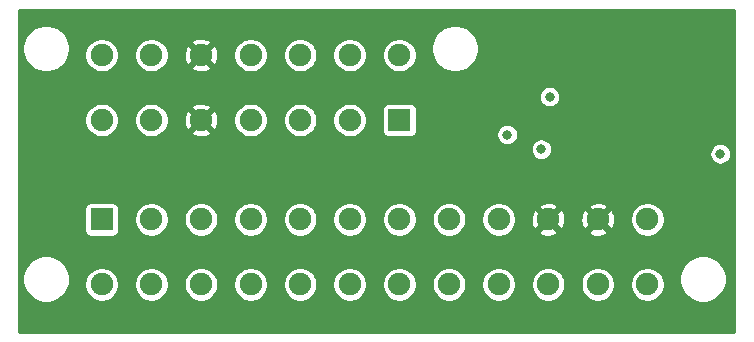
<source format=gbr>
%TF.GenerationSoftware,KiCad,Pcbnew,(5.0.2-5)-5*%
%TF.CreationDate,2023-05-01T14:03:50+02:00*%
%TF.ProjectId,SS1_ATX,5353315f-4154-4582-9e6b-696361645f70,rev?*%
%TF.SameCoordinates,Original*%
%TF.FileFunction,Copper,L3,Inr*%
%TF.FilePolarity,Positive*%
%FSLAX46Y46*%
G04 Gerber Fmt 4.6, Leading zero omitted, Abs format (unit mm)*
G04 Created by KiCad (PCBNEW (5.0.2-5)-5) date Lundi 01 mai 2023 à 14:03:50*
%MOMM*%
%LPD*%
G01*
G04 APERTURE LIST*
%TA.AperFunction,ViaPad*%
%ADD10R,1.900000X1.900000*%
%TD*%
%TA.AperFunction,ViaPad*%
%ADD11C,1.900000*%
%TD*%
%TA.AperFunction,ViaPad*%
%ADD12C,0.800000*%
%TD*%
%TA.AperFunction,Conductor*%
%ADD13C,0.254000*%
%TD*%
G04 APERTURE END LIST*
D10*
%TO.N,+5V*%
%TO.C,J2*%
X122700000Y-119890000D03*
D11*
X118500000Y-119890000D03*
X122700000Y-114390000D03*
X118500000Y-114390000D03*
%TO.N,GND*%
X114300000Y-119890000D03*
X110100000Y-119890000D03*
%TO.N,+12V*%
X105900000Y-119890000D03*
%TO.N,PWRONRST*%
X101700000Y-119890000D03*
%TO.N,Net-(J2-Pad7)*%
X97500000Y-119890000D03*
%TO.N,GND*%
X114300000Y-114390000D03*
X110100000Y-114390000D03*
%TO.N,+12V*%
X105900000Y-114390000D03*
%TO.N,-12V*%
X101700000Y-114390000D03*
%TO.N,Net-(J2-Pad14)*%
X97500000Y-114390000D03*
%TD*%
%TO.N,GND*%
%TO.C,J1*%
X143700000Y-133800000D03*
%TO.N,+5V*%
X139500000Y-133800000D03*
X135300000Y-133800000D03*
X131100000Y-133800000D03*
%TO.N,Net-(J1-Pad20)*%
X126900000Y-133800000D03*
%TO.N,GND*%
X122700000Y-133800000D03*
X118500000Y-133800000D03*
X114300000Y-133800000D03*
%TO.N,~PS-ON*%
X110100000Y-133800000D03*
%TO.N,GND*%
X105900000Y-133800000D03*
%TO.N,-12V*%
X101700000Y-133800000D03*
%TO.N,Net-(J1-Pad13)*%
X97500000Y-133800000D03*
%TO.N,Net-(J1-Pad12)*%
X143700000Y-128300000D03*
%TO.N,+12V*%
X139500000Y-128300000D03*
X135300000Y-128300000D03*
%TO.N,+5VD*%
X131100000Y-128300000D03*
%TO.N,PGOOD*%
X126900000Y-128300000D03*
%TO.N,GND*%
X122700000Y-128300000D03*
%TO.N,+5V*%
X118500000Y-128300000D03*
%TO.N,GND*%
X114300000Y-128300000D03*
%TO.N,+5V*%
X110100000Y-128300000D03*
%TO.N,GND*%
X105900000Y-128300000D03*
%TO.N,Net-(J1-Pad2)*%
X101700000Y-128300000D03*
D10*
%TO.N,Net-(J1-Pad1)*%
X97500000Y-128300000D03*
%TD*%
D12*
%TO.N,GND*%
X134720000Y-122360000D03*
X135420000Y-117910000D03*
X149863280Y-122750000D03*
%TO.N,+5V*%
X131830000Y-121120000D03*
%TD*%
D13*
%TO.N,+12V*%
G36*
X151064001Y-137864000D02*
X90536000Y-137864000D01*
X90536000Y-133141934D01*
X90789000Y-133141934D01*
X90789000Y-133538066D01*
X90866282Y-133926587D01*
X91017875Y-134292566D01*
X91237955Y-134621938D01*
X91518062Y-134902045D01*
X91847434Y-135122125D01*
X92213413Y-135273718D01*
X92601934Y-135351000D01*
X92998066Y-135351000D01*
X93386587Y-135273718D01*
X93752566Y-135122125D01*
X94081938Y-134902045D01*
X94362045Y-134621938D01*
X94582125Y-134292566D01*
X94733718Y-133926587D01*
X94787520Y-133656104D01*
X96039000Y-133656104D01*
X96039000Y-133943896D01*
X96095146Y-134226158D01*
X96205279Y-134492043D01*
X96365167Y-134731333D01*
X96568667Y-134934833D01*
X96807957Y-135094721D01*
X97073842Y-135204854D01*
X97356104Y-135261000D01*
X97643896Y-135261000D01*
X97926158Y-135204854D01*
X98192043Y-135094721D01*
X98431333Y-134934833D01*
X98634833Y-134731333D01*
X98794721Y-134492043D01*
X98904854Y-134226158D01*
X98961000Y-133943896D01*
X98961000Y-133656104D01*
X100239000Y-133656104D01*
X100239000Y-133943896D01*
X100295146Y-134226158D01*
X100405279Y-134492043D01*
X100565167Y-134731333D01*
X100768667Y-134934833D01*
X101007957Y-135094721D01*
X101273842Y-135204854D01*
X101556104Y-135261000D01*
X101843896Y-135261000D01*
X102126158Y-135204854D01*
X102392043Y-135094721D01*
X102631333Y-134934833D01*
X102834833Y-134731333D01*
X102994721Y-134492043D01*
X103104854Y-134226158D01*
X103161000Y-133943896D01*
X103161000Y-133656104D01*
X104439000Y-133656104D01*
X104439000Y-133943896D01*
X104495146Y-134226158D01*
X104605279Y-134492043D01*
X104765167Y-134731333D01*
X104968667Y-134934833D01*
X105207957Y-135094721D01*
X105473842Y-135204854D01*
X105756104Y-135261000D01*
X106043896Y-135261000D01*
X106326158Y-135204854D01*
X106592043Y-135094721D01*
X106831333Y-134934833D01*
X107034833Y-134731333D01*
X107194721Y-134492043D01*
X107304854Y-134226158D01*
X107361000Y-133943896D01*
X107361000Y-133656104D01*
X108639000Y-133656104D01*
X108639000Y-133943896D01*
X108695146Y-134226158D01*
X108805279Y-134492043D01*
X108965167Y-134731333D01*
X109168667Y-134934833D01*
X109407957Y-135094721D01*
X109673842Y-135204854D01*
X109956104Y-135261000D01*
X110243896Y-135261000D01*
X110526158Y-135204854D01*
X110792043Y-135094721D01*
X111031333Y-134934833D01*
X111234833Y-134731333D01*
X111394721Y-134492043D01*
X111504854Y-134226158D01*
X111561000Y-133943896D01*
X111561000Y-133656104D01*
X112839000Y-133656104D01*
X112839000Y-133943896D01*
X112895146Y-134226158D01*
X113005279Y-134492043D01*
X113165167Y-134731333D01*
X113368667Y-134934833D01*
X113607957Y-135094721D01*
X113873842Y-135204854D01*
X114156104Y-135261000D01*
X114443896Y-135261000D01*
X114726158Y-135204854D01*
X114992043Y-135094721D01*
X115231333Y-134934833D01*
X115434833Y-134731333D01*
X115594721Y-134492043D01*
X115704854Y-134226158D01*
X115761000Y-133943896D01*
X115761000Y-133656104D01*
X117039000Y-133656104D01*
X117039000Y-133943896D01*
X117095146Y-134226158D01*
X117205279Y-134492043D01*
X117365167Y-134731333D01*
X117568667Y-134934833D01*
X117807957Y-135094721D01*
X118073842Y-135204854D01*
X118356104Y-135261000D01*
X118643896Y-135261000D01*
X118926158Y-135204854D01*
X119192043Y-135094721D01*
X119431333Y-134934833D01*
X119634833Y-134731333D01*
X119794721Y-134492043D01*
X119904854Y-134226158D01*
X119961000Y-133943896D01*
X119961000Y-133656104D01*
X121239000Y-133656104D01*
X121239000Y-133943896D01*
X121295146Y-134226158D01*
X121405279Y-134492043D01*
X121565167Y-134731333D01*
X121768667Y-134934833D01*
X122007957Y-135094721D01*
X122273842Y-135204854D01*
X122556104Y-135261000D01*
X122843896Y-135261000D01*
X123126158Y-135204854D01*
X123392043Y-135094721D01*
X123631333Y-134934833D01*
X123834833Y-134731333D01*
X123994721Y-134492043D01*
X124104854Y-134226158D01*
X124161000Y-133943896D01*
X124161000Y-133656104D01*
X125439000Y-133656104D01*
X125439000Y-133943896D01*
X125495146Y-134226158D01*
X125605279Y-134492043D01*
X125765167Y-134731333D01*
X125968667Y-134934833D01*
X126207957Y-135094721D01*
X126473842Y-135204854D01*
X126756104Y-135261000D01*
X127043896Y-135261000D01*
X127326158Y-135204854D01*
X127592043Y-135094721D01*
X127831333Y-134934833D01*
X128034833Y-134731333D01*
X128194721Y-134492043D01*
X128304854Y-134226158D01*
X128361000Y-133943896D01*
X128361000Y-133656104D01*
X129639000Y-133656104D01*
X129639000Y-133943896D01*
X129695146Y-134226158D01*
X129805279Y-134492043D01*
X129965167Y-134731333D01*
X130168667Y-134934833D01*
X130407957Y-135094721D01*
X130673842Y-135204854D01*
X130956104Y-135261000D01*
X131243896Y-135261000D01*
X131526158Y-135204854D01*
X131792043Y-135094721D01*
X132031333Y-134934833D01*
X132234833Y-134731333D01*
X132394721Y-134492043D01*
X132504854Y-134226158D01*
X132561000Y-133943896D01*
X132561000Y-133656104D01*
X133839000Y-133656104D01*
X133839000Y-133943896D01*
X133895146Y-134226158D01*
X134005279Y-134492043D01*
X134165167Y-134731333D01*
X134368667Y-134934833D01*
X134607957Y-135094721D01*
X134873842Y-135204854D01*
X135156104Y-135261000D01*
X135443896Y-135261000D01*
X135726158Y-135204854D01*
X135992043Y-135094721D01*
X136231333Y-134934833D01*
X136434833Y-134731333D01*
X136594721Y-134492043D01*
X136704854Y-134226158D01*
X136761000Y-133943896D01*
X136761000Y-133656104D01*
X138039000Y-133656104D01*
X138039000Y-133943896D01*
X138095146Y-134226158D01*
X138205279Y-134492043D01*
X138365167Y-134731333D01*
X138568667Y-134934833D01*
X138807957Y-135094721D01*
X139073842Y-135204854D01*
X139356104Y-135261000D01*
X139643896Y-135261000D01*
X139926158Y-135204854D01*
X140192043Y-135094721D01*
X140431333Y-134934833D01*
X140634833Y-134731333D01*
X140794721Y-134492043D01*
X140904854Y-134226158D01*
X140961000Y-133943896D01*
X140961000Y-133656104D01*
X142239000Y-133656104D01*
X142239000Y-133943896D01*
X142295146Y-134226158D01*
X142405279Y-134492043D01*
X142565167Y-134731333D01*
X142768667Y-134934833D01*
X143007957Y-135094721D01*
X143273842Y-135204854D01*
X143556104Y-135261000D01*
X143843896Y-135261000D01*
X144126158Y-135204854D01*
X144392043Y-135094721D01*
X144631333Y-134934833D01*
X144834833Y-134731333D01*
X144994721Y-134492043D01*
X145104854Y-134226158D01*
X145161000Y-133943896D01*
X145161000Y-133656104D01*
X145104854Y-133373842D01*
X145008795Y-133141934D01*
X146389000Y-133141934D01*
X146389000Y-133538066D01*
X146466282Y-133926587D01*
X146617875Y-134292566D01*
X146837955Y-134621938D01*
X147118062Y-134902045D01*
X147447434Y-135122125D01*
X147813413Y-135273718D01*
X148201934Y-135351000D01*
X148598066Y-135351000D01*
X148986587Y-135273718D01*
X149352566Y-135122125D01*
X149681938Y-134902045D01*
X149962045Y-134621938D01*
X150182125Y-134292566D01*
X150333718Y-133926587D01*
X150411000Y-133538066D01*
X150411000Y-133141934D01*
X150333718Y-132753413D01*
X150182125Y-132387434D01*
X149962045Y-132058062D01*
X149681938Y-131777955D01*
X149352566Y-131557875D01*
X148986587Y-131406282D01*
X148598066Y-131329000D01*
X148201934Y-131329000D01*
X147813413Y-131406282D01*
X147447434Y-131557875D01*
X147118062Y-131777955D01*
X146837955Y-132058062D01*
X146617875Y-132387434D01*
X146466282Y-132753413D01*
X146389000Y-133141934D01*
X145008795Y-133141934D01*
X144994721Y-133107957D01*
X144834833Y-132868667D01*
X144631333Y-132665167D01*
X144392043Y-132505279D01*
X144126158Y-132395146D01*
X143843896Y-132339000D01*
X143556104Y-132339000D01*
X143273842Y-132395146D01*
X143007957Y-132505279D01*
X142768667Y-132665167D01*
X142565167Y-132868667D01*
X142405279Y-133107957D01*
X142295146Y-133373842D01*
X142239000Y-133656104D01*
X140961000Y-133656104D01*
X140904854Y-133373842D01*
X140794721Y-133107957D01*
X140634833Y-132868667D01*
X140431333Y-132665167D01*
X140192043Y-132505279D01*
X139926158Y-132395146D01*
X139643896Y-132339000D01*
X139356104Y-132339000D01*
X139073842Y-132395146D01*
X138807957Y-132505279D01*
X138568667Y-132665167D01*
X138365167Y-132868667D01*
X138205279Y-133107957D01*
X138095146Y-133373842D01*
X138039000Y-133656104D01*
X136761000Y-133656104D01*
X136704854Y-133373842D01*
X136594721Y-133107957D01*
X136434833Y-132868667D01*
X136231333Y-132665167D01*
X135992043Y-132505279D01*
X135726158Y-132395146D01*
X135443896Y-132339000D01*
X135156104Y-132339000D01*
X134873842Y-132395146D01*
X134607957Y-132505279D01*
X134368667Y-132665167D01*
X134165167Y-132868667D01*
X134005279Y-133107957D01*
X133895146Y-133373842D01*
X133839000Y-133656104D01*
X132561000Y-133656104D01*
X132504854Y-133373842D01*
X132394721Y-133107957D01*
X132234833Y-132868667D01*
X132031333Y-132665167D01*
X131792043Y-132505279D01*
X131526158Y-132395146D01*
X131243896Y-132339000D01*
X130956104Y-132339000D01*
X130673842Y-132395146D01*
X130407957Y-132505279D01*
X130168667Y-132665167D01*
X129965167Y-132868667D01*
X129805279Y-133107957D01*
X129695146Y-133373842D01*
X129639000Y-133656104D01*
X128361000Y-133656104D01*
X128304854Y-133373842D01*
X128194721Y-133107957D01*
X128034833Y-132868667D01*
X127831333Y-132665167D01*
X127592043Y-132505279D01*
X127326158Y-132395146D01*
X127043896Y-132339000D01*
X126756104Y-132339000D01*
X126473842Y-132395146D01*
X126207957Y-132505279D01*
X125968667Y-132665167D01*
X125765167Y-132868667D01*
X125605279Y-133107957D01*
X125495146Y-133373842D01*
X125439000Y-133656104D01*
X124161000Y-133656104D01*
X124104854Y-133373842D01*
X123994721Y-133107957D01*
X123834833Y-132868667D01*
X123631333Y-132665167D01*
X123392043Y-132505279D01*
X123126158Y-132395146D01*
X122843896Y-132339000D01*
X122556104Y-132339000D01*
X122273842Y-132395146D01*
X122007957Y-132505279D01*
X121768667Y-132665167D01*
X121565167Y-132868667D01*
X121405279Y-133107957D01*
X121295146Y-133373842D01*
X121239000Y-133656104D01*
X119961000Y-133656104D01*
X119904854Y-133373842D01*
X119794721Y-133107957D01*
X119634833Y-132868667D01*
X119431333Y-132665167D01*
X119192043Y-132505279D01*
X118926158Y-132395146D01*
X118643896Y-132339000D01*
X118356104Y-132339000D01*
X118073842Y-132395146D01*
X117807957Y-132505279D01*
X117568667Y-132665167D01*
X117365167Y-132868667D01*
X117205279Y-133107957D01*
X117095146Y-133373842D01*
X117039000Y-133656104D01*
X115761000Y-133656104D01*
X115704854Y-133373842D01*
X115594721Y-133107957D01*
X115434833Y-132868667D01*
X115231333Y-132665167D01*
X114992043Y-132505279D01*
X114726158Y-132395146D01*
X114443896Y-132339000D01*
X114156104Y-132339000D01*
X113873842Y-132395146D01*
X113607957Y-132505279D01*
X113368667Y-132665167D01*
X113165167Y-132868667D01*
X113005279Y-133107957D01*
X112895146Y-133373842D01*
X112839000Y-133656104D01*
X111561000Y-133656104D01*
X111504854Y-133373842D01*
X111394721Y-133107957D01*
X111234833Y-132868667D01*
X111031333Y-132665167D01*
X110792043Y-132505279D01*
X110526158Y-132395146D01*
X110243896Y-132339000D01*
X109956104Y-132339000D01*
X109673842Y-132395146D01*
X109407957Y-132505279D01*
X109168667Y-132665167D01*
X108965167Y-132868667D01*
X108805279Y-133107957D01*
X108695146Y-133373842D01*
X108639000Y-133656104D01*
X107361000Y-133656104D01*
X107304854Y-133373842D01*
X107194721Y-133107957D01*
X107034833Y-132868667D01*
X106831333Y-132665167D01*
X106592043Y-132505279D01*
X106326158Y-132395146D01*
X106043896Y-132339000D01*
X105756104Y-132339000D01*
X105473842Y-132395146D01*
X105207957Y-132505279D01*
X104968667Y-132665167D01*
X104765167Y-132868667D01*
X104605279Y-133107957D01*
X104495146Y-133373842D01*
X104439000Y-133656104D01*
X103161000Y-133656104D01*
X103104854Y-133373842D01*
X102994721Y-133107957D01*
X102834833Y-132868667D01*
X102631333Y-132665167D01*
X102392043Y-132505279D01*
X102126158Y-132395146D01*
X101843896Y-132339000D01*
X101556104Y-132339000D01*
X101273842Y-132395146D01*
X101007957Y-132505279D01*
X100768667Y-132665167D01*
X100565167Y-132868667D01*
X100405279Y-133107957D01*
X100295146Y-133373842D01*
X100239000Y-133656104D01*
X98961000Y-133656104D01*
X98904854Y-133373842D01*
X98794721Y-133107957D01*
X98634833Y-132868667D01*
X98431333Y-132665167D01*
X98192043Y-132505279D01*
X97926158Y-132395146D01*
X97643896Y-132339000D01*
X97356104Y-132339000D01*
X97073842Y-132395146D01*
X96807957Y-132505279D01*
X96568667Y-132665167D01*
X96365167Y-132868667D01*
X96205279Y-133107957D01*
X96095146Y-133373842D01*
X96039000Y-133656104D01*
X94787520Y-133656104D01*
X94811000Y-133538066D01*
X94811000Y-133141934D01*
X94733718Y-132753413D01*
X94582125Y-132387434D01*
X94362045Y-132058062D01*
X94081938Y-131777955D01*
X93752566Y-131557875D01*
X93386587Y-131406282D01*
X92998066Y-131329000D01*
X92601934Y-131329000D01*
X92213413Y-131406282D01*
X91847434Y-131557875D01*
X91518062Y-131777955D01*
X91237955Y-132058062D01*
X91017875Y-132387434D01*
X90866282Y-132753413D01*
X90789000Y-133141934D01*
X90536000Y-133141934D01*
X90536000Y-127350000D01*
X96036528Y-127350000D01*
X96036528Y-129250000D01*
X96046394Y-129350173D01*
X96075614Y-129446497D01*
X96123064Y-129535270D01*
X96186920Y-129613080D01*
X96264730Y-129676936D01*
X96353503Y-129724386D01*
X96449827Y-129753606D01*
X96550000Y-129763472D01*
X98450000Y-129763472D01*
X98550173Y-129753606D01*
X98646497Y-129724386D01*
X98735270Y-129676936D01*
X98813080Y-129613080D01*
X98876936Y-129535270D01*
X98924386Y-129446497D01*
X98953606Y-129350173D01*
X98963472Y-129250000D01*
X98963472Y-128156104D01*
X100239000Y-128156104D01*
X100239000Y-128443896D01*
X100295146Y-128726158D01*
X100405279Y-128992043D01*
X100565167Y-129231333D01*
X100768667Y-129434833D01*
X101007957Y-129594721D01*
X101273842Y-129704854D01*
X101556104Y-129761000D01*
X101843896Y-129761000D01*
X102126158Y-129704854D01*
X102392043Y-129594721D01*
X102631333Y-129434833D01*
X102834833Y-129231333D01*
X102994721Y-128992043D01*
X103104854Y-128726158D01*
X103161000Y-128443896D01*
X103161000Y-128156104D01*
X104439000Y-128156104D01*
X104439000Y-128443896D01*
X104495146Y-128726158D01*
X104605279Y-128992043D01*
X104765167Y-129231333D01*
X104968667Y-129434833D01*
X105207957Y-129594721D01*
X105473842Y-129704854D01*
X105756104Y-129761000D01*
X106043896Y-129761000D01*
X106326158Y-129704854D01*
X106592043Y-129594721D01*
X106831333Y-129434833D01*
X107034833Y-129231333D01*
X107194721Y-128992043D01*
X107304854Y-128726158D01*
X107361000Y-128443896D01*
X107361000Y-128156104D01*
X108639000Y-128156104D01*
X108639000Y-128443896D01*
X108695146Y-128726158D01*
X108805279Y-128992043D01*
X108965167Y-129231333D01*
X109168667Y-129434833D01*
X109407957Y-129594721D01*
X109673842Y-129704854D01*
X109956104Y-129761000D01*
X110243896Y-129761000D01*
X110526158Y-129704854D01*
X110792043Y-129594721D01*
X111031333Y-129434833D01*
X111234833Y-129231333D01*
X111394721Y-128992043D01*
X111504854Y-128726158D01*
X111561000Y-128443896D01*
X111561000Y-128156104D01*
X112839000Y-128156104D01*
X112839000Y-128443896D01*
X112895146Y-128726158D01*
X113005279Y-128992043D01*
X113165167Y-129231333D01*
X113368667Y-129434833D01*
X113607957Y-129594721D01*
X113873842Y-129704854D01*
X114156104Y-129761000D01*
X114443896Y-129761000D01*
X114726158Y-129704854D01*
X114992043Y-129594721D01*
X115231333Y-129434833D01*
X115434833Y-129231333D01*
X115594721Y-128992043D01*
X115704854Y-128726158D01*
X115761000Y-128443896D01*
X115761000Y-128156104D01*
X117039000Y-128156104D01*
X117039000Y-128443896D01*
X117095146Y-128726158D01*
X117205279Y-128992043D01*
X117365167Y-129231333D01*
X117568667Y-129434833D01*
X117807957Y-129594721D01*
X118073842Y-129704854D01*
X118356104Y-129761000D01*
X118643896Y-129761000D01*
X118926158Y-129704854D01*
X119192043Y-129594721D01*
X119431333Y-129434833D01*
X119634833Y-129231333D01*
X119794721Y-128992043D01*
X119904854Y-128726158D01*
X119961000Y-128443896D01*
X119961000Y-128156104D01*
X121239000Y-128156104D01*
X121239000Y-128443896D01*
X121295146Y-128726158D01*
X121405279Y-128992043D01*
X121565167Y-129231333D01*
X121768667Y-129434833D01*
X122007957Y-129594721D01*
X122273842Y-129704854D01*
X122556104Y-129761000D01*
X122843896Y-129761000D01*
X123126158Y-129704854D01*
X123392043Y-129594721D01*
X123631333Y-129434833D01*
X123834833Y-129231333D01*
X123994721Y-128992043D01*
X124104854Y-128726158D01*
X124161000Y-128443896D01*
X124161000Y-128156104D01*
X125439000Y-128156104D01*
X125439000Y-128443896D01*
X125495146Y-128726158D01*
X125605279Y-128992043D01*
X125765167Y-129231333D01*
X125968667Y-129434833D01*
X126207957Y-129594721D01*
X126473842Y-129704854D01*
X126756104Y-129761000D01*
X127043896Y-129761000D01*
X127326158Y-129704854D01*
X127592043Y-129594721D01*
X127831333Y-129434833D01*
X128034833Y-129231333D01*
X128194721Y-128992043D01*
X128304854Y-128726158D01*
X128361000Y-128443896D01*
X128361000Y-128156104D01*
X129639000Y-128156104D01*
X129639000Y-128443896D01*
X129695146Y-128726158D01*
X129805279Y-128992043D01*
X129965167Y-129231333D01*
X130168667Y-129434833D01*
X130407957Y-129594721D01*
X130673842Y-129704854D01*
X130956104Y-129761000D01*
X131243896Y-129761000D01*
X131526158Y-129704854D01*
X131792043Y-129594721D01*
X132031333Y-129434833D01*
X132132879Y-129333287D01*
X134446318Y-129333287D01*
X134543071Y-129557889D01*
X134803017Y-129681388D01*
X135082062Y-129751801D01*
X135369482Y-129766423D01*
X135654232Y-129724690D01*
X135925369Y-129628207D01*
X136056929Y-129557889D01*
X136153682Y-129333287D01*
X138646318Y-129333287D01*
X138743071Y-129557889D01*
X139003017Y-129681388D01*
X139282062Y-129751801D01*
X139569482Y-129766423D01*
X139854232Y-129724690D01*
X140125369Y-129628207D01*
X140256929Y-129557889D01*
X140353682Y-129333287D01*
X139500000Y-128479605D01*
X138646318Y-129333287D01*
X136153682Y-129333287D01*
X135300000Y-128479605D01*
X134446318Y-129333287D01*
X132132879Y-129333287D01*
X132234833Y-129231333D01*
X132394721Y-128992043D01*
X132504854Y-128726158D01*
X132561000Y-128443896D01*
X132561000Y-128369482D01*
X133833577Y-128369482D01*
X133875310Y-128654232D01*
X133971793Y-128925369D01*
X134042111Y-129056929D01*
X134266713Y-129153682D01*
X135120395Y-128300000D01*
X135479605Y-128300000D01*
X136333287Y-129153682D01*
X136557889Y-129056929D01*
X136681388Y-128796983D01*
X136751801Y-128517938D01*
X136759353Y-128369482D01*
X138033577Y-128369482D01*
X138075310Y-128654232D01*
X138171793Y-128925369D01*
X138242111Y-129056929D01*
X138466713Y-129153682D01*
X139320395Y-128300000D01*
X139679605Y-128300000D01*
X140533287Y-129153682D01*
X140757889Y-129056929D01*
X140881388Y-128796983D01*
X140951801Y-128517938D01*
X140966423Y-128230518D01*
X140955517Y-128156104D01*
X142239000Y-128156104D01*
X142239000Y-128443896D01*
X142295146Y-128726158D01*
X142405279Y-128992043D01*
X142565167Y-129231333D01*
X142768667Y-129434833D01*
X143007957Y-129594721D01*
X143273842Y-129704854D01*
X143556104Y-129761000D01*
X143843896Y-129761000D01*
X144126158Y-129704854D01*
X144392043Y-129594721D01*
X144631333Y-129434833D01*
X144834833Y-129231333D01*
X144994721Y-128992043D01*
X145104854Y-128726158D01*
X145161000Y-128443896D01*
X145161000Y-128156104D01*
X145104854Y-127873842D01*
X144994721Y-127607957D01*
X144834833Y-127368667D01*
X144631333Y-127165167D01*
X144392043Y-127005279D01*
X144126158Y-126895146D01*
X143843896Y-126839000D01*
X143556104Y-126839000D01*
X143273842Y-126895146D01*
X143007957Y-127005279D01*
X142768667Y-127165167D01*
X142565167Y-127368667D01*
X142405279Y-127607957D01*
X142295146Y-127873842D01*
X142239000Y-128156104D01*
X140955517Y-128156104D01*
X140924690Y-127945768D01*
X140828207Y-127674631D01*
X140757889Y-127543071D01*
X140533287Y-127446318D01*
X139679605Y-128300000D01*
X139320395Y-128300000D01*
X138466713Y-127446318D01*
X138242111Y-127543071D01*
X138118612Y-127803017D01*
X138048199Y-128082062D01*
X138033577Y-128369482D01*
X136759353Y-128369482D01*
X136766423Y-128230518D01*
X136724690Y-127945768D01*
X136628207Y-127674631D01*
X136557889Y-127543071D01*
X136333287Y-127446318D01*
X135479605Y-128300000D01*
X135120395Y-128300000D01*
X134266713Y-127446318D01*
X134042111Y-127543071D01*
X133918612Y-127803017D01*
X133848199Y-128082062D01*
X133833577Y-128369482D01*
X132561000Y-128369482D01*
X132561000Y-128156104D01*
X132504854Y-127873842D01*
X132394721Y-127607957D01*
X132234833Y-127368667D01*
X132132879Y-127266713D01*
X134446318Y-127266713D01*
X135300000Y-128120395D01*
X136153682Y-127266713D01*
X138646318Y-127266713D01*
X139500000Y-128120395D01*
X140353682Y-127266713D01*
X140256929Y-127042111D01*
X139996983Y-126918612D01*
X139717938Y-126848199D01*
X139430518Y-126833577D01*
X139145768Y-126875310D01*
X138874631Y-126971793D01*
X138743071Y-127042111D01*
X138646318Y-127266713D01*
X136153682Y-127266713D01*
X136056929Y-127042111D01*
X135796983Y-126918612D01*
X135517938Y-126848199D01*
X135230518Y-126833577D01*
X134945768Y-126875310D01*
X134674631Y-126971793D01*
X134543071Y-127042111D01*
X134446318Y-127266713D01*
X132132879Y-127266713D01*
X132031333Y-127165167D01*
X131792043Y-127005279D01*
X131526158Y-126895146D01*
X131243896Y-126839000D01*
X130956104Y-126839000D01*
X130673842Y-126895146D01*
X130407957Y-127005279D01*
X130168667Y-127165167D01*
X129965167Y-127368667D01*
X129805279Y-127607957D01*
X129695146Y-127873842D01*
X129639000Y-128156104D01*
X128361000Y-128156104D01*
X128304854Y-127873842D01*
X128194721Y-127607957D01*
X128034833Y-127368667D01*
X127831333Y-127165167D01*
X127592043Y-127005279D01*
X127326158Y-126895146D01*
X127043896Y-126839000D01*
X126756104Y-126839000D01*
X126473842Y-126895146D01*
X126207957Y-127005279D01*
X125968667Y-127165167D01*
X125765167Y-127368667D01*
X125605279Y-127607957D01*
X125495146Y-127873842D01*
X125439000Y-128156104D01*
X124161000Y-128156104D01*
X124104854Y-127873842D01*
X123994721Y-127607957D01*
X123834833Y-127368667D01*
X123631333Y-127165167D01*
X123392043Y-127005279D01*
X123126158Y-126895146D01*
X122843896Y-126839000D01*
X122556104Y-126839000D01*
X122273842Y-126895146D01*
X122007957Y-127005279D01*
X121768667Y-127165167D01*
X121565167Y-127368667D01*
X121405279Y-127607957D01*
X121295146Y-127873842D01*
X121239000Y-128156104D01*
X119961000Y-128156104D01*
X119904854Y-127873842D01*
X119794721Y-127607957D01*
X119634833Y-127368667D01*
X119431333Y-127165167D01*
X119192043Y-127005279D01*
X118926158Y-126895146D01*
X118643896Y-126839000D01*
X118356104Y-126839000D01*
X118073842Y-126895146D01*
X117807957Y-127005279D01*
X117568667Y-127165167D01*
X117365167Y-127368667D01*
X117205279Y-127607957D01*
X117095146Y-127873842D01*
X117039000Y-128156104D01*
X115761000Y-128156104D01*
X115704854Y-127873842D01*
X115594721Y-127607957D01*
X115434833Y-127368667D01*
X115231333Y-127165167D01*
X114992043Y-127005279D01*
X114726158Y-126895146D01*
X114443896Y-126839000D01*
X114156104Y-126839000D01*
X113873842Y-126895146D01*
X113607957Y-127005279D01*
X113368667Y-127165167D01*
X113165167Y-127368667D01*
X113005279Y-127607957D01*
X112895146Y-127873842D01*
X112839000Y-128156104D01*
X111561000Y-128156104D01*
X111504854Y-127873842D01*
X111394721Y-127607957D01*
X111234833Y-127368667D01*
X111031333Y-127165167D01*
X110792043Y-127005279D01*
X110526158Y-126895146D01*
X110243896Y-126839000D01*
X109956104Y-126839000D01*
X109673842Y-126895146D01*
X109407957Y-127005279D01*
X109168667Y-127165167D01*
X108965167Y-127368667D01*
X108805279Y-127607957D01*
X108695146Y-127873842D01*
X108639000Y-128156104D01*
X107361000Y-128156104D01*
X107304854Y-127873842D01*
X107194721Y-127607957D01*
X107034833Y-127368667D01*
X106831333Y-127165167D01*
X106592043Y-127005279D01*
X106326158Y-126895146D01*
X106043896Y-126839000D01*
X105756104Y-126839000D01*
X105473842Y-126895146D01*
X105207957Y-127005279D01*
X104968667Y-127165167D01*
X104765167Y-127368667D01*
X104605279Y-127607957D01*
X104495146Y-127873842D01*
X104439000Y-128156104D01*
X103161000Y-128156104D01*
X103104854Y-127873842D01*
X102994721Y-127607957D01*
X102834833Y-127368667D01*
X102631333Y-127165167D01*
X102392043Y-127005279D01*
X102126158Y-126895146D01*
X101843896Y-126839000D01*
X101556104Y-126839000D01*
X101273842Y-126895146D01*
X101007957Y-127005279D01*
X100768667Y-127165167D01*
X100565167Y-127368667D01*
X100405279Y-127607957D01*
X100295146Y-127873842D01*
X100239000Y-128156104D01*
X98963472Y-128156104D01*
X98963472Y-127350000D01*
X98953606Y-127249827D01*
X98924386Y-127153503D01*
X98876936Y-127064730D01*
X98813080Y-126986920D01*
X98735270Y-126923064D01*
X98646497Y-126875614D01*
X98550173Y-126846394D01*
X98450000Y-126836528D01*
X96550000Y-126836528D01*
X96449827Y-126846394D01*
X96353503Y-126875614D01*
X96264730Y-126923064D01*
X96186920Y-126986920D01*
X96123064Y-127064730D01*
X96075614Y-127153503D01*
X96046394Y-127249827D01*
X96036528Y-127350000D01*
X90536000Y-127350000D01*
X90536000Y-122270274D01*
X133809000Y-122270274D01*
X133809000Y-122449726D01*
X133844009Y-122625729D01*
X133912682Y-122791520D01*
X134012380Y-122940729D01*
X134139271Y-123067620D01*
X134288480Y-123167318D01*
X134454271Y-123235991D01*
X134630274Y-123271000D01*
X134809726Y-123271000D01*
X134985729Y-123235991D01*
X135151520Y-123167318D01*
X135300729Y-123067620D01*
X135427620Y-122940729D01*
X135527318Y-122791520D01*
X135581681Y-122660274D01*
X148952280Y-122660274D01*
X148952280Y-122839726D01*
X148987289Y-123015729D01*
X149055962Y-123181520D01*
X149155660Y-123330729D01*
X149282551Y-123457620D01*
X149431760Y-123557318D01*
X149597551Y-123625991D01*
X149773554Y-123661000D01*
X149953006Y-123661000D01*
X150129009Y-123625991D01*
X150294800Y-123557318D01*
X150444009Y-123457620D01*
X150570900Y-123330729D01*
X150670598Y-123181520D01*
X150739271Y-123015729D01*
X150774280Y-122839726D01*
X150774280Y-122660274D01*
X150739271Y-122484271D01*
X150670598Y-122318480D01*
X150570900Y-122169271D01*
X150444009Y-122042380D01*
X150294800Y-121942682D01*
X150129009Y-121874009D01*
X149953006Y-121839000D01*
X149773554Y-121839000D01*
X149597551Y-121874009D01*
X149431760Y-121942682D01*
X149282551Y-122042380D01*
X149155660Y-122169271D01*
X149055962Y-122318480D01*
X148987289Y-122484271D01*
X148952280Y-122660274D01*
X135581681Y-122660274D01*
X135595991Y-122625729D01*
X135631000Y-122449726D01*
X135631000Y-122270274D01*
X135595991Y-122094271D01*
X135527318Y-121928480D01*
X135427620Y-121779271D01*
X135300729Y-121652380D01*
X135151520Y-121552682D01*
X134985729Y-121484009D01*
X134809726Y-121449000D01*
X134630274Y-121449000D01*
X134454271Y-121484009D01*
X134288480Y-121552682D01*
X134139271Y-121652380D01*
X134012380Y-121779271D01*
X133912682Y-121928480D01*
X133844009Y-122094271D01*
X133809000Y-122270274D01*
X90536000Y-122270274D01*
X90536000Y-119746104D01*
X96039000Y-119746104D01*
X96039000Y-120033896D01*
X96095146Y-120316158D01*
X96205279Y-120582043D01*
X96365167Y-120821333D01*
X96568667Y-121024833D01*
X96807957Y-121184721D01*
X97073842Y-121294854D01*
X97356104Y-121351000D01*
X97643896Y-121351000D01*
X97926158Y-121294854D01*
X98192043Y-121184721D01*
X98431333Y-121024833D01*
X98634833Y-120821333D01*
X98794721Y-120582043D01*
X98904854Y-120316158D01*
X98961000Y-120033896D01*
X98961000Y-119746104D01*
X100239000Y-119746104D01*
X100239000Y-120033896D01*
X100295146Y-120316158D01*
X100405279Y-120582043D01*
X100565167Y-120821333D01*
X100768667Y-121024833D01*
X101007957Y-121184721D01*
X101273842Y-121294854D01*
X101556104Y-121351000D01*
X101843896Y-121351000D01*
X102126158Y-121294854D01*
X102392043Y-121184721D01*
X102631333Y-121024833D01*
X102732879Y-120923287D01*
X105046318Y-120923287D01*
X105143071Y-121147889D01*
X105403017Y-121271388D01*
X105682062Y-121341801D01*
X105969482Y-121356423D01*
X106254232Y-121314690D01*
X106525369Y-121218207D01*
X106656929Y-121147889D01*
X106753682Y-120923287D01*
X105900000Y-120069605D01*
X105046318Y-120923287D01*
X102732879Y-120923287D01*
X102834833Y-120821333D01*
X102994721Y-120582043D01*
X103104854Y-120316158D01*
X103161000Y-120033896D01*
X103161000Y-119959482D01*
X104433577Y-119959482D01*
X104475310Y-120244232D01*
X104571793Y-120515369D01*
X104642111Y-120646929D01*
X104866713Y-120743682D01*
X105720395Y-119890000D01*
X106079605Y-119890000D01*
X106933287Y-120743682D01*
X107157889Y-120646929D01*
X107281388Y-120386983D01*
X107351801Y-120107938D01*
X107366423Y-119820518D01*
X107355517Y-119746104D01*
X108639000Y-119746104D01*
X108639000Y-120033896D01*
X108695146Y-120316158D01*
X108805279Y-120582043D01*
X108965167Y-120821333D01*
X109168667Y-121024833D01*
X109407957Y-121184721D01*
X109673842Y-121294854D01*
X109956104Y-121351000D01*
X110243896Y-121351000D01*
X110526158Y-121294854D01*
X110792043Y-121184721D01*
X111031333Y-121024833D01*
X111234833Y-120821333D01*
X111394721Y-120582043D01*
X111504854Y-120316158D01*
X111561000Y-120033896D01*
X111561000Y-119746104D01*
X112839000Y-119746104D01*
X112839000Y-120033896D01*
X112895146Y-120316158D01*
X113005279Y-120582043D01*
X113165167Y-120821333D01*
X113368667Y-121024833D01*
X113607957Y-121184721D01*
X113873842Y-121294854D01*
X114156104Y-121351000D01*
X114443896Y-121351000D01*
X114726158Y-121294854D01*
X114992043Y-121184721D01*
X115231333Y-121024833D01*
X115434833Y-120821333D01*
X115594721Y-120582043D01*
X115704854Y-120316158D01*
X115761000Y-120033896D01*
X115761000Y-119746104D01*
X117039000Y-119746104D01*
X117039000Y-120033896D01*
X117095146Y-120316158D01*
X117205279Y-120582043D01*
X117365167Y-120821333D01*
X117568667Y-121024833D01*
X117807957Y-121184721D01*
X118073842Y-121294854D01*
X118356104Y-121351000D01*
X118643896Y-121351000D01*
X118926158Y-121294854D01*
X119192043Y-121184721D01*
X119431333Y-121024833D01*
X119634833Y-120821333D01*
X119794721Y-120582043D01*
X119904854Y-120316158D01*
X119961000Y-120033896D01*
X119961000Y-119746104D01*
X119904854Y-119463842D01*
X119794721Y-119197957D01*
X119634833Y-118958667D01*
X119616166Y-118940000D01*
X121236528Y-118940000D01*
X121236528Y-120840000D01*
X121246394Y-120940173D01*
X121275614Y-121036497D01*
X121323064Y-121125270D01*
X121386920Y-121203080D01*
X121464730Y-121266936D01*
X121553503Y-121314386D01*
X121649827Y-121343606D01*
X121750000Y-121353472D01*
X123650000Y-121353472D01*
X123750173Y-121343606D01*
X123846497Y-121314386D01*
X123935270Y-121266936D01*
X124013080Y-121203080D01*
X124076936Y-121125270D01*
X124124386Y-121036497D01*
X124126273Y-121030274D01*
X130919000Y-121030274D01*
X130919000Y-121209726D01*
X130954009Y-121385729D01*
X131022682Y-121551520D01*
X131122380Y-121700729D01*
X131249271Y-121827620D01*
X131398480Y-121927318D01*
X131564271Y-121995991D01*
X131740274Y-122031000D01*
X131919726Y-122031000D01*
X132095729Y-121995991D01*
X132261520Y-121927318D01*
X132410729Y-121827620D01*
X132537620Y-121700729D01*
X132637318Y-121551520D01*
X132705991Y-121385729D01*
X132741000Y-121209726D01*
X132741000Y-121030274D01*
X132705991Y-120854271D01*
X132637318Y-120688480D01*
X132537620Y-120539271D01*
X132410729Y-120412380D01*
X132261520Y-120312682D01*
X132095729Y-120244009D01*
X131919726Y-120209000D01*
X131740274Y-120209000D01*
X131564271Y-120244009D01*
X131398480Y-120312682D01*
X131249271Y-120412380D01*
X131122380Y-120539271D01*
X131022682Y-120688480D01*
X130954009Y-120854271D01*
X130919000Y-121030274D01*
X124126273Y-121030274D01*
X124153606Y-120940173D01*
X124163472Y-120840000D01*
X124163472Y-118940000D01*
X124153606Y-118839827D01*
X124124386Y-118743503D01*
X124076936Y-118654730D01*
X124013080Y-118576920D01*
X123935270Y-118513064D01*
X123846497Y-118465614D01*
X123750173Y-118436394D01*
X123650000Y-118426528D01*
X121750000Y-118426528D01*
X121649827Y-118436394D01*
X121553503Y-118465614D01*
X121464730Y-118513064D01*
X121386920Y-118576920D01*
X121323064Y-118654730D01*
X121275614Y-118743503D01*
X121246394Y-118839827D01*
X121236528Y-118940000D01*
X119616166Y-118940000D01*
X119431333Y-118755167D01*
X119192043Y-118595279D01*
X118926158Y-118485146D01*
X118643896Y-118429000D01*
X118356104Y-118429000D01*
X118073842Y-118485146D01*
X117807957Y-118595279D01*
X117568667Y-118755167D01*
X117365167Y-118958667D01*
X117205279Y-119197957D01*
X117095146Y-119463842D01*
X117039000Y-119746104D01*
X115761000Y-119746104D01*
X115704854Y-119463842D01*
X115594721Y-119197957D01*
X115434833Y-118958667D01*
X115231333Y-118755167D01*
X114992043Y-118595279D01*
X114726158Y-118485146D01*
X114443896Y-118429000D01*
X114156104Y-118429000D01*
X113873842Y-118485146D01*
X113607957Y-118595279D01*
X113368667Y-118755167D01*
X113165167Y-118958667D01*
X113005279Y-119197957D01*
X112895146Y-119463842D01*
X112839000Y-119746104D01*
X111561000Y-119746104D01*
X111504854Y-119463842D01*
X111394721Y-119197957D01*
X111234833Y-118958667D01*
X111031333Y-118755167D01*
X110792043Y-118595279D01*
X110526158Y-118485146D01*
X110243896Y-118429000D01*
X109956104Y-118429000D01*
X109673842Y-118485146D01*
X109407957Y-118595279D01*
X109168667Y-118755167D01*
X108965167Y-118958667D01*
X108805279Y-119197957D01*
X108695146Y-119463842D01*
X108639000Y-119746104D01*
X107355517Y-119746104D01*
X107324690Y-119535768D01*
X107228207Y-119264631D01*
X107157889Y-119133071D01*
X106933287Y-119036318D01*
X106079605Y-119890000D01*
X105720395Y-119890000D01*
X104866713Y-119036318D01*
X104642111Y-119133071D01*
X104518612Y-119393017D01*
X104448199Y-119672062D01*
X104433577Y-119959482D01*
X103161000Y-119959482D01*
X103161000Y-119746104D01*
X103104854Y-119463842D01*
X102994721Y-119197957D01*
X102834833Y-118958667D01*
X102732879Y-118856713D01*
X105046318Y-118856713D01*
X105900000Y-119710395D01*
X106753682Y-118856713D01*
X106656929Y-118632111D01*
X106396983Y-118508612D01*
X106117938Y-118438199D01*
X105830518Y-118423577D01*
X105545768Y-118465310D01*
X105274631Y-118561793D01*
X105143071Y-118632111D01*
X105046318Y-118856713D01*
X102732879Y-118856713D01*
X102631333Y-118755167D01*
X102392043Y-118595279D01*
X102126158Y-118485146D01*
X101843896Y-118429000D01*
X101556104Y-118429000D01*
X101273842Y-118485146D01*
X101007957Y-118595279D01*
X100768667Y-118755167D01*
X100565167Y-118958667D01*
X100405279Y-119197957D01*
X100295146Y-119463842D01*
X100239000Y-119746104D01*
X98961000Y-119746104D01*
X98904854Y-119463842D01*
X98794721Y-119197957D01*
X98634833Y-118958667D01*
X98431333Y-118755167D01*
X98192043Y-118595279D01*
X97926158Y-118485146D01*
X97643896Y-118429000D01*
X97356104Y-118429000D01*
X97073842Y-118485146D01*
X96807957Y-118595279D01*
X96568667Y-118755167D01*
X96365167Y-118958667D01*
X96205279Y-119197957D01*
X96095146Y-119463842D01*
X96039000Y-119746104D01*
X90536000Y-119746104D01*
X90536000Y-117820274D01*
X134509000Y-117820274D01*
X134509000Y-117999726D01*
X134544009Y-118175729D01*
X134612682Y-118341520D01*
X134712380Y-118490729D01*
X134839271Y-118617620D01*
X134988480Y-118717318D01*
X135154271Y-118785991D01*
X135330274Y-118821000D01*
X135509726Y-118821000D01*
X135685729Y-118785991D01*
X135851520Y-118717318D01*
X136000729Y-118617620D01*
X136127620Y-118490729D01*
X136227318Y-118341520D01*
X136295991Y-118175729D01*
X136331000Y-117999726D01*
X136331000Y-117820274D01*
X136295991Y-117644271D01*
X136227318Y-117478480D01*
X136127620Y-117329271D01*
X136000729Y-117202380D01*
X135851520Y-117102682D01*
X135685729Y-117034009D01*
X135509726Y-116999000D01*
X135330274Y-116999000D01*
X135154271Y-117034009D01*
X134988480Y-117102682D01*
X134839271Y-117202380D01*
X134712380Y-117329271D01*
X134612682Y-117478480D01*
X134544009Y-117644271D01*
X134509000Y-117820274D01*
X90536000Y-117820274D01*
X90536000Y-113631934D01*
X90789000Y-113631934D01*
X90789000Y-114028066D01*
X90866282Y-114416587D01*
X91017875Y-114782566D01*
X91237955Y-115111938D01*
X91518062Y-115392045D01*
X91847434Y-115612125D01*
X92213413Y-115763718D01*
X92601934Y-115841000D01*
X92998066Y-115841000D01*
X93386587Y-115763718D01*
X93752566Y-115612125D01*
X94081938Y-115392045D01*
X94362045Y-115111938D01*
X94582125Y-114782566D01*
X94733718Y-114416587D01*
X94767629Y-114246104D01*
X96039000Y-114246104D01*
X96039000Y-114533896D01*
X96095146Y-114816158D01*
X96205279Y-115082043D01*
X96365167Y-115321333D01*
X96568667Y-115524833D01*
X96807957Y-115684721D01*
X97073842Y-115794854D01*
X97356104Y-115851000D01*
X97643896Y-115851000D01*
X97926158Y-115794854D01*
X98192043Y-115684721D01*
X98431333Y-115524833D01*
X98634833Y-115321333D01*
X98794721Y-115082043D01*
X98904854Y-114816158D01*
X98961000Y-114533896D01*
X98961000Y-114246104D01*
X100239000Y-114246104D01*
X100239000Y-114533896D01*
X100295146Y-114816158D01*
X100405279Y-115082043D01*
X100565167Y-115321333D01*
X100768667Y-115524833D01*
X101007957Y-115684721D01*
X101273842Y-115794854D01*
X101556104Y-115851000D01*
X101843896Y-115851000D01*
X102126158Y-115794854D01*
X102392043Y-115684721D01*
X102631333Y-115524833D01*
X102732879Y-115423287D01*
X105046318Y-115423287D01*
X105143071Y-115647889D01*
X105403017Y-115771388D01*
X105682062Y-115841801D01*
X105969482Y-115856423D01*
X106254232Y-115814690D01*
X106525369Y-115718207D01*
X106656929Y-115647889D01*
X106753682Y-115423287D01*
X105900000Y-114569605D01*
X105046318Y-115423287D01*
X102732879Y-115423287D01*
X102834833Y-115321333D01*
X102994721Y-115082043D01*
X103104854Y-114816158D01*
X103161000Y-114533896D01*
X103161000Y-114459482D01*
X104433577Y-114459482D01*
X104475310Y-114744232D01*
X104571793Y-115015369D01*
X104642111Y-115146929D01*
X104866713Y-115243682D01*
X105720395Y-114390000D01*
X106079605Y-114390000D01*
X106933287Y-115243682D01*
X107157889Y-115146929D01*
X107281388Y-114886983D01*
X107351801Y-114607938D01*
X107366423Y-114320518D01*
X107355517Y-114246104D01*
X108639000Y-114246104D01*
X108639000Y-114533896D01*
X108695146Y-114816158D01*
X108805279Y-115082043D01*
X108965167Y-115321333D01*
X109168667Y-115524833D01*
X109407957Y-115684721D01*
X109673842Y-115794854D01*
X109956104Y-115851000D01*
X110243896Y-115851000D01*
X110526158Y-115794854D01*
X110792043Y-115684721D01*
X111031333Y-115524833D01*
X111234833Y-115321333D01*
X111394721Y-115082043D01*
X111504854Y-114816158D01*
X111561000Y-114533896D01*
X111561000Y-114246104D01*
X112839000Y-114246104D01*
X112839000Y-114533896D01*
X112895146Y-114816158D01*
X113005279Y-115082043D01*
X113165167Y-115321333D01*
X113368667Y-115524833D01*
X113607957Y-115684721D01*
X113873842Y-115794854D01*
X114156104Y-115851000D01*
X114443896Y-115851000D01*
X114726158Y-115794854D01*
X114992043Y-115684721D01*
X115231333Y-115524833D01*
X115434833Y-115321333D01*
X115594721Y-115082043D01*
X115704854Y-114816158D01*
X115761000Y-114533896D01*
X115761000Y-114246104D01*
X117039000Y-114246104D01*
X117039000Y-114533896D01*
X117095146Y-114816158D01*
X117205279Y-115082043D01*
X117365167Y-115321333D01*
X117568667Y-115524833D01*
X117807957Y-115684721D01*
X118073842Y-115794854D01*
X118356104Y-115851000D01*
X118643896Y-115851000D01*
X118926158Y-115794854D01*
X119192043Y-115684721D01*
X119431333Y-115524833D01*
X119634833Y-115321333D01*
X119794721Y-115082043D01*
X119904854Y-114816158D01*
X119961000Y-114533896D01*
X119961000Y-114246104D01*
X121239000Y-114246104D01*
X121239000Y-114533896D01*
X121295146Y-114816158D01*
X121405279Y-115082043D01*
X121565167Y-115321333D01*
X121768667Y-115524833D01*
X122007957Y-115684721D01*
X122273842Y-115794854D01*
X122556104Y-115851000D01*
X122843896Y-115851000D01*
X123126158Y-115794854D01*
X123392043Y-115684721D01*
X123631333Y-115524833D01*
X123834833Y-115321333D01*
X123994721Y-115082043D01*
X124104854Y-114816158D01*
X124161000Y-114533896D01*
X124161000Y-114246104D01*
X124104854Y-113963842D01*
X123994721Y-113697957D01*
X123950606Y-113631934D01*
X125389000Y-113631934D01*
X125389000Y-114028066D01*
X125466282Y-114416587D01*
X125617875Y-114782566D01*
X125837955Y-115111938D01*
X126118062Y-115392045D01*
X126447434Y-115612125D01*
X126813413Y-115763718D01*
X127201934Y-115841000D01*
X127598066Y-115841000D01*
X127986587Y-115763718D01*
X128352566Y-115612125D01*
X128681938Y-115392045D01*
X128962045Y-115111938D01*
X129182125Y-114782566D01*
X129333718Y-114416587D01*
X129411000Y-114028066D01*
X129411000Y-113631934D01*
X129333718Y-113243413D01*
X129182125Y-112877434D01*
X128962045Y-112548062D01*
X128681938Y-112267955D01*
X128352566Y-112047875D01*
X127986587Y-111896282D01*
X127598066Y-111819000D01*
X127201934Y-111819000D01*
X126813413Y-111896282D01*
X126447434Y-112047875D01*
X126118062Y-112267955D01*
X125837955Y-112548062D01*
X125617875Y-112877434D01*
X125466282Y-113243413D01*
X125389000Y-113631934D01*
X123950606Y-113631934D01*
X123834833Y-113458667D01*
X123631333Y-113255167D01*
X123392043Y-113095279D01*
X123126158Y-112985146D01*
X122843896Y-112929000D01*
X122556104Y-112929000D01*
X122273842Y-112985146D01*
X122007957Y-113095279D01*
X121768667Y-113255167D01*
X121565167Y-113458667D01*
X121405279Y-113697957D01*
X121295146Y-113963842D01*
X121239000Y-114246104D01*
X119961000Y-114246104D01*
X119904854Y-113963842D01*
X119794721Y-113697957D01*
X119634833Y-113458667D01*
X119431333Y-113255167D01*
X119192043Y-113095279D01*
X118926158Y-112985146D01*
X118643896Y-112929000D01*
X118356104Y-112929000D01*
X118073842Y-112985146D01*
X117807957Y-113095279D01*
X117568667Y-113255167D01*
X117365167Y-113458667D01*
X117205279Y-113697957D01*
X117095146Y-113963842D01*
X117039000Y-114246104D01*
X115761000Y-114246104D01*
X115704854Y-113963842D01*
X115594721Y-113697957D01*
X115434833Y-113458667D01*
X115231333Y-113255167D01*
X114992043Y-113095279D01*
X114726158Y-112985146D01*
X114443896Y-112929000D01*
X114156104Y-112929000D01*
X113873842Y-112985146D01*
X113607957Y-113095279D01*
X113368667Y-113255167D01*
X113165167Y-113458667D01*
X113005279Y-113697957D01*
X112895146Y-113963842D01*
X112839000Y-114246104D01*
X111561000Y-114246104D01*
X111504854Y-113963842D01*
X111394721Y-113697957D01*
X111234833Y-113458667D01*
X111031333Y-113255167D01*
X110792043Y-113095279D01*
X110526158Y-112985146D01*
X110243896Y-112929000D01*
X109956104Y-112929000D01*
X109673842Y-112985146D01*
X109407957Y-113095279D01*
X109168667Y-113255167D01*
X108965167Y-113458667D01*
X108805279Y-113697957D01*
X108695146Y-113963842D01*
X108639000Y-114246104D01*
X107355517Y-114246104D01*
X107324690Y-114035768D01*
X107228207Y-113764631D01*
X107157889Y-113633071D01*
X106933287Y-113536318D01*
X106079605Y-114390000D01*
X105720395Y-114390000D01*
X104866713Y-113536318D01*
X104642111Y-113633071D01*
X104518612Y-113893017D01*
X104448199Y-114172062D01*
X104433577Y-114459482D01*
X103161000Y-114459482D01*
X103161000Y-114246104D01*
X103104854Y-113963842D01*
X102994721Y-113697957D01*
X102834833Y-113458667D01*
X102732879Y-113356713D01*
X105046318Y-113356713D01*
X105900000Y-114210395D01*
X106753682Y-113356713D01*
X106656929Y-113132111D01*
X106396983Y-113008612D01*
X106117938Y-112938199D01*
X105830518Y-112923577D01*
X105545768Y-112965310D01*
X105274631Y-113061793D01*
X105143071Y-113132111D01*
X105046318Y-113356713D01*
X102732879Y-113356713D01*
X102631333Y-113255167D01*
X102392043Y-113095279D01*
X102126158Y-112985146D01*
X101843896Y-112929000D01*
X101556104Y-112929000D01*
X101273842Y-112985146D01*
X101007957Y-113095279D01*
X100768667Y-113255167D01*
X100565167Y-113458667D01*
X100405279Y-113697957D01*
X100295146Y-113963842D01*
X100239000Y-114246104D01*
X98961000Y-114246104D01*
X98904854Y-113963842D01*
X98794721Y-113697957D01*
X98634833Y-113458667D01*
X98431333Y-113255167D01*
X98192043Y-113095279D01*
X97926158Y-112985146D01*
X97643896Y-112929000D01*
X97356104Y-112929000D01*
X97073842Y-112985146D01*
X96807957Y-113095279D01*
X96568667Y-113255167D01*
X96365167Y-113458667D01*
X96205279Y-113697957D01*
X96095146Y-113963842D01*
X96039000Y-114246104D01*
X94767629Y-114246104D01*
X94811000Y-114028066D01*
X94811000Y-113631934D01*
X94733718Y-113243413D01*
X94582125Y-112877434D01*
X94362045Y-112548062D01*
X94081938Y-112267955D01*
X93752566Y-112047875D01*
X93386587Y-111896282D01*
X92998066Y-111819000D01*
X92601934Y-111819000D01*
X92213413Y-111896282D01*
X91847434Y-112047875D01*
X91518062Y-112267955D01*
X91237955Y-112548062D01*
X91017875Y-112877434D01*
X90866282Y-113243413D01*
X90789000Y-113631934D01*
X90536000Y-113631934D01*
X90536000Y-110536000D01*
X151064000Y-110536000D01*
X151064001Y-137864000D01*
X151064001Y-137864000D01*
G37*
X151064001Y-137864000D02*
X90536000Y-137864000D01*
X90536000Y-133141934D01*
X90789000Y-133141934D01*
X90789000Y-133538066D01*
X90866282Y-133926587D01*
X91017875Y-134292566D01*
X91237955Y-134621938D01*
X91518062Y-134902045D01*
X91847434Y-135122125D01*
X92213413Y-135273718D01*
X92601934Y-135351000D01*
X92998066Y-135351000D01*
X93386587Y-135273718D01*
X93752566Y-135122125D01*
X94081938Y-134902045D01*
X94362045Y-134621938D01*
X94582125Y-134292566D01*
X94733718Y-133926587D01*
X94787520Y-133656104D01*
X96039000Y-133656104D01*
X96039000Y-133943896D01*
X96095146Y-134226158D01*
X96205279Y-134492043D01*
X96365167Y-134731333D01*
X96568667Y-134934833D01*
X96807957Y-135094721D01*
X97073842Y-135204854D01*
X97356104Y-135261000D01*
X97643896Y-135261000D01*
X97926158Y-135204854D01*
X98192043Y-135094721D01*
X98431333Y-134934833D01*
X98634833Y-134731333D01*
X98794721Y-134492043D01*
X98904854Y-134226158D01*
X98961000Y-133943896D01*
X98961000Y-133656104D01*
X100239000Y-133656104D01*
X100239000Y-133943896D01*
X100295146Y-134226158D01*
X100405279Y-134492043D01*
X100565167Y-134731333D01*
X100768667Y-134934833D01*
X101007957Y-135094721D01*
X101273842Y-135204854D01*
X101556104Y-135261000D01*
X101843896Y-135261000D01*
X102126158Y-135204854D01*
X102392043Y-135094721D01*
X102631333Y-134934833D01*
X102834833Y-134731333D01*
X102994721Y-134492043D01*
X103104854Y-134226158D01*
X103161000Y-133943896D01*
X103161000Y-133656104D01*
X104439000Y-133656104D01*
X104439000Y-133943896D01*
X104495146Y-134226158D01*
X104605279Y-134492043D01*
X104765167Y-134731333D01*
X104968667Y-134934833D01*
X105207957Y-135094721D01*
X105473842Y-135204854D01*
X105756104Y-135261000D01*
X106043896Y-135261000D01*
X106326158Y-135204854D01*
X106592043Y-135094721D01*
X106831333Y-134934833D01*
X107034833Y-134731333D01*
X107194721Y-134492043D01*
X107304854Y-134226158D01*
X107361000Y-133943896D01*
X107361000Y-133656104D01*
X108639000Y-133656104D01*
X108639000Y-133943896D01*
X108695146Y-134226158D01*
X108805279Y-134492043D01*
X108965167Y-134731333D01*
X109168667Y-134934833D01*
X109407957Y-135094721D01*
X109673842Y-135204854D01*
X109956104Y-135261000D01*
X110243896Y-135261000D01*
X110526158Y-135204854D01*
X110792043Y-135094721D01*
X111031333Y-134934833D01*
X111234833Y-134731333D01*
X111394721Y-134492043D01*
X111504854Y-134226158D01*
X111561000Y-133943896D01*
X111561000Y-133656104D01*
X112839000Y-133656104D01*
X112839000Y-133943896D01*
X112895146Y-134226158D01*
X113005279Y-134492043D01*
X113165167Y-134731333D01*
X113368667Y-134934833D01*
X113607957Y-135094721D01*
X113873842Y-135204854D01*
X114156104Y-135261000D01*
X114443896Y-135261000D01*
X114726158Y-135204854D01*
X114992043Y-135094721D01*
X115231333Y-134934833D01*
X115434833Y-134731333D01*
X115594721Y-134492043D01*
X115704854Y-134226158D01*
X115761000Y-133943896D01*
X115761000Y-133656104D01*
X117039000Y-133656104D01*
X117039000Y-133943896D01*
X117095146Y-134226158D01*
X117205279Y-134492043D01*
X117365167Y-134731333D01*
X117568667Y-134934833D01*
X117807957Y-135094721D01*
X118073842Y-135204854D01*
X118356104Y-135261000D01*
X118643896Y-135261000D01*
X118926158Y-135204854D01*
X119192043Y-135094721D01*
X119431333Y-134934833D01*
X119634833Y-134731333D01*
X119794721Y-134492043D01*
X119904854Y-134226158D01*
X119961000Y-133943896D01*
X119961000Y-133656104D01*
X121239000Y-133656104D01*
X121239000Y-133943896D01*
X121295146Y-134226158D01*
X121405279Y-134492043D01*
X121565167Y-134731333D01*
X121768667Y-134934833D01*
X122007957Y-135094721D01*
X122273842Y-135204854D01*
X122556104Y-135261000D01*
X122843896Y-135261000D01*
X123126158Y-135204854D01*
X123392043Y-135094721D01*
X123631333Y-134934833D01*
X123834833Y-134731333D01*
X123994721Y-134492043D01*
X124104854Y-134226158D01*
X124161000Y-133943896D01*
X124161000Y-133656104D01*
X125439000Y-133656104D01*
X125439000Y-133943896D01*
X125495146Y-134226158D01*
X125605279Y-134492043D01*
X125765167Y-134731333D01*
X125968667Y-134934833D01*
X126207957Y-135094721D01*
X126473842Y-135204854D01*
X126756104Y-135261000D01*
X127043896Y-135261000D01*
X127326158Y-135204854D01*
X127592043Y-135094721D01*
X127831333Y-134934833D01*
X128034833Y-134731333D01*
X128194721Y-134492043D01*
X128304854Y-134226158D01*
X128361000Y-133943896D01*
X128361000Y-133656104D01*
X129639000Y-133656104D01*
X129639000Y-133943896D01*
X129695146Y-134226158D01*
X129805279Y-134492043D01*
X129965167Y-134731333D01*
X130168667Y-134934833D01*
X130407957Y-135094721D01*
X130673842Y-135204854D01*
X130956104Y-135261000D01*
X131243896Y-135261000D01*
X131526158Y-135204854D01*
X131792043Y-135094721D01*
X132031333Y-134934833D01*
X132234833Y-134731333D01*
X132394721Y-134492043D01*
X132504854Y-134226158D01*
X132561000Y-133943896D01*
X132561000Y-133656104D01*
X133839000Y-133656104D01*
X133839000Y-133943896D01*
X133895146Y-134226158D01*
X134005279Y-134492043D01*
X134165167Y-134731333D01*
X134368667Y-134934833D01*
X134607957Y-135094721D01*
X134873842Y-135204854D01*
X135156104Y-135261000D01*
X135443896Y-135261000D01*
X135726158Y-135204854D01*
X135992043Y-135094721D01*
X136231333Y-134934833D01*
X136434833Y-134731333D01*
X136594721Y-134492043D01*
X136704854Y-134226158D01*
X136761000Y-133943896D01*
X136761000Y-133656104D01*
X138039000Y-133656104D01*
X138039000Y-133943896D01*
X138095146Y-134226158D01*
X138205279Y-134492043D01*
X138365167Y-134731333D01*
X138568667Y-134934833D01*
X138807957Y-135094721D01*
X139073842Y-135204854D01*
X139356104Y-135261000D01*
X139643896Y-135261000D01*
X139926158Y-135204854D01*
X140192043Y-135094721D01*
X140431333Y-134934833D01*
X140634833Y-134731333D01*
X140794721Y-134492043D01*
X140904854Y-134226158D01*
X140961000Y-133943896D01*
X140961000Y-133656104D01*
X142239000Y-133656104D01*
X142239000Y-133943896D01*
X142295146Y-134226158D01*
X142405279Y-134492043D01*
X142565167Y-134731333D01*
X142768667Y-134934833D01*
X143007957Y-135094721D01*
X143273842Y-135204854D01*
X143556104Y-135261000D01*
X143843896Y-135261000D01*
X144126158Y-135204854D01*
X144392043Y-135094721D01*
X144631333Y-134934833D01*
X144834833Y-134731333D01*
X144994721Y-134492043D01*
X145104854Y-134226158D01*
X145161000Y-133943896D01*
X145161000Y-133656104D01*
X145104854Y-133373842D01*
X145008795Y-133141934D01*
X146389000Y-133141934D01*
X146389000Y-133538066D01*
X146466282Y-133926587D01*
X146617875Y-134292566D01*
X146837955Y-134621938D01*
X147118062Y-134902045D01*
X147447434Y-135122125D01*
X147813413Y-135273718D01*
X148201934Y-135351000D01*
X148598066Y-135351000D01*
X148986587Y-135273718D01*
X149352566Y-135122125D01*
X149681938Y-134902045D01*
X149962045Y-134621938D01*
X150182125Y-134292566D01*
X150333718Y-133926587D01*
X150411000Y-133538066D01*
X150411000Y-133141934D01*
X150333718Y-132753413D01*
X150182125Y-132387434D01*
X149962045Y-132058062D01*
X149681938Y-131777955D01*
X149352566Y-131557875D01*
X148986587Y-131406282D01*
X148598066Y-131329000D01*
X148201934Y-131329000D01*
X147813413Y-131406282D01*
X147447434Y-131557875D01*
X147118062Y-131777955D01*
X146837955Y-132058062D01*
X146617875Y-132387434D01*
X146466282Y-132753413D01*
X146389000Y-133141934D01*
X145008795Y-133141934D01*
X144994721Y-133107957D01*
X144834833Y-132868667D01*
X144631333Y-132665167D01*
X144392043Y-132505279D01*
X144126158Y-132395146D01*
X143843896Y-132339000D01*
X143556104Y-132339000D01*
X143273842Y-132395146D01*
X143007957Y-132505279D01*
X142768667Y-132665167D01*
X142565167Y-132868667D01*
X142405279Y-133107957D01*
X142295146Y-133373842D01*
X142239000Y-133656104D01*
X140961000Y-133656104D01*
X140904854Y-133373842D01*
X140794721Y-133107957D01*
X140634833Y-132868667D01*
X140431333Y-132665167D01*
X140192043Y-132505279D01*
X139926158Y-132395146D01*
X139643896Y-132339000D01*
X139356104Y-132339000D01*
X139073842Y-132395146D01*
X138807957Y-132505279D01*
X138568667Y-132665167D01*
X138365167Y-132868667D01*
X138205279Y-133107957D01*
X138095146Y-133373842D01*
X138039000Y-133656104D01*
X136761000Y-133656104D01*
X136704854Y-133373842D01*
X136594721Y-133107957D01*
X136434833Y-132868667D01*
X136231333Y-132665167D01*
X135992043Y-132505279D01*
X135726158Y-132395146D01*
X135443896Y-132339000D01*
X135156104Y-132339000D01*
X134873842Y-132395146D01*
X134607957Y-132505279D01*
X134368667Y-132665167D01*
X134165167Y-132868667D01*
X134005279Y-133107957D01*
X133895146Y-133373842D01*
X133839000Y-133656104D01*
X132561000Y-133656104D01*
X132504854Y-133373842D01*
X132394721Y-133107957D01*
X132234833Y-132868667D01*
X132031333Y-132665167D01*
X131792043Y-132505279D01*
X131526158Y-132395146D01*
X131243896Y-132339000D01*
X130956104Y-132339000D01*
X130673842Y-132395146D01*
X130407957Y-132505279D01*
X130168667Y-132665167D01*
X129965167Y-132868667D01*
X129805279Y-133107957D01*
X129695146Y-133373842D01*
X129639000Y-133656104D01*
X128361000Y-133656104D01*
X128304854Y-133373842D01*
X128194721Y-133107957D01*
X128034833Y-132868667D01*
X127831333Y-132665167D01*
X127592043Y-132505279D01*
X127326158Y-132395146D01*
X127043896Y-132339000D01*
X126756104Y-132339000D01*
X126473842Y-132395146D01*
X126207957Y-132505279D01*
X125968667Y-132665167D01*
X125765167Y-132868667D01*
X125605279Y-133107957D01*
X125495146Y-133373842D01*
X125439000Y-133656104D01*
X124161000Y-133656104D01*
X124104854Y-133373842D01*
X123994721Y-133107957D01*
X123834833Y-132868667D01*
X123631333Y-132665167D01*
X123392043Y-132505279D01*
X123126158Y-132395146D01*
X122843896Y-132339000D01*
X122556104Y-132339000D01*
X122273842Y-132395146D01*
X122007957Y-132505279D01*
X121768667Y-132665167D01*
X121565167Y-132868667D01*
X121405279Y-133107957D01*
X121295146Y-133373842D01*
X121239000Y-133656104D01*
X119961000Y-133656104D01*
X119904854Y-133373842D01*
X119794721Y-133107957D01*
X119634833Y-132868667D01*
X119431333Y-132665167D01*
X119192043Y-132505279D01*
X118926158Y-132395146D01*
X118643896Y-132339000D01*
X118356104Y-132339000D01*
X118073842Y-132395146D01*
X117807957Y-132505279D01*
X117568667Y-132665167D01*
X117365167Y-132868667D01*
X117205279Y-133107957D01*
X117095146Y-133373842D01*
X117039000Y-133656104D01*
X115761000Y-133656104D01*
X115704854Y-133373842D01*
X115594721Y-133107957D01*
X115434833Y-132868667D01*
X115231333Y-132665167D01*
X114992043Y-132505279D01*
X114726158Y-132395146D01*
X114443896Y-132339000D01*
X114156104Y-132339000D01*
X113873842Y-132395146D01*
X113607957Y-132505279D01*
X113368667Y-132665167D01*
X113165167Y-132868667D01*
X113005279Y-133107957D01*
X112895146Y-133373842D01*
X112839000Y-133656104D01*
X111561000Y-133656104D01*
X111504854Y-133373842D01*
X111394721Y-133107957D01*
X111234833Y-132868667D01*
X111031333Y-132665167D01*
X110792043Y-132505279D01*
X110526158Y-132395146D01*
X110243896Y-132339000D01*
X109956104Y-132339000D01*
X109673842Y-132395146D01*
X109407957Y-132505279D01*
X109168667Y-132665167D01*
X108965167Y-132868667D01*
X108805279Y-133107957D01*
X108695146Y-133373842D01*
X108639000Y-133656104D01*
X107361000Y-133656104D01*
X107304854Y-133373842D01*
X107194721Y-133107957D01*
X107034833Y-132868667D01*
X106831333Y-132665167D01*
X106592043Y-132505279D01*
X106326158Y-132395146D01*
X106043896Y-132339000D01*
X105756104Y-132339000D01*
X105473842Y-132395146D01*
X105207957Y-132505279D01*
X104968667Y-132665167D01*
X104765167Y-132868667D01*
X104605279Y-133107957D01*
X104495146Y-133373842D01*
X104439000Y-133656104D01*
X103161000Y-133656104D01*
X103104854Y-133373842D01*
X102994721Y-133107957D01*
X102834833Y-132868667D01*
X102631333Y-132665167D01*
X102392043Y-132505279D01*
X102126158Y-132395146D01*
X101843896Y-132339000D01*
X101556104Y-132339000D01*
X101273842Y-132395146D01*
X101007957Y-132505279D01*
X100768667Y-132665167D01*
X100565167Y-132868667D01*
X100405279Y-133107957D01*
X100295146Y-133373842D01*
X100239000Y-133656104D01*
X98961000Y-133656104D01*
X98904854Y-133373842D01*
X98794721Y-133107957D01*
X98634833Y-132868667D01*
X98431333Y-132665167D01*
X98192043Y-132505279D01*
X97926158Y-132395146D01*
X97643896Y-132339000D01*
X97356104Y-132339000D01*
X97073842Y-132395146D01*
X96807957Y-132505279D01*
X96568667Y-132665167D01*
X96365167Y-132868667D01*
X96205279Y-133107957D01*
X96095146Y-133373842D01*
X96039000Y-133656104D01*
X94787520Y-133656104D01*
X94811000Y-133538066D01*
X94811000Y-133141934D01*
X94733718Y-132753413D01*
X94582125Y-132387434D01*
X94362045Y-132058062D01*
X94081938Y-131777955D01*
X93752566Y-131557875D01*
X93386587Y-131406282D01*
X92998066Y-131329000D01*
X92601934Y-131329000D01*
X92213413Y-131406282D01*
X91847434Y-131557875D01*
X91518062Y-131777955D01*
X91237955Y-132058062D01*
X91017875Y-132387434D01*
X90866282Y-132753413D01*
X90789000Y-133141934D01*
X90536000Y-133141934D01*
X90536000Y-127350000D01*
X96036528Y-127350000D01*
X96036528Y-129250000D01*
X96046394Y-129350173D01*
X96075614Y-129446497D01*
X96123064Y-129535270D01*
X96186920Y-129613080D01*
X96264730Y-129676936D01*
X96353503Y-129724386D01*
X96449827Y-129753606D01*
X96550000Y-129763472D01*
X98450000Y-129763472D01*
X98550173Y-129753606D01*
X98646497Y-129724386D01*
X98735270Y-129676936D01*
X98813080Y-129613080D01*
X98876936Y-129535270D01*
X98924386Y-129446497D01*
X98953606Y-129350173D01*
X98963472Y-129250000D01*
X98963472Y-128156104D01*
X100239000Y-128156104D01*
X100239000Y-128443896D01*
X100295146Y-128726158D01*
X100405279Y-128992043D01*
X100565167Y-129231333D01*
X100768667Y-129434833D01*
X101007957Y-129594721D01*
X101273842Y-129704854D01*
X101556104Y-129761000D01*
X101843896Y-129761000D01*
X102126158Y-129704854D01*
X102392043Y-129594721D01*
X102631333Y-129434833D01*
X102834833Y-129231333D01*
X102994721Y-128992043D01*
X103104854Y-128726158D01*
X103161000Y-128443896D01*
X103161000Y-128156104D01*
X104439000Y-128156104D01*
X104439000Y-128443896D01*
X104495146Y-128726158D01*
X104605279Y-128992043D01*
X104765167Y-129231333D01*
X104968667Y-129434833D01*
X105207957Y-129594721D01*
X105473842Y-129704854D01*
X105756104Y-129761000D01*
X106043896Y-129761000D01*
X106326158Y-129704854D01*
X106592043Y-129594721D01*
X106831333Y-129434833D01*
X107034833Y-129231333D01*
X107194721Y-128992043D01*
X107304854Y-128726158D01*
X107361000Y-128443896D01*
X107361000Y-128156104D01*
X108639000Y-128156104D01*
X108639000Y-128443896D01*
X108695146Y-128726158D01*
X108805279Y-128992043D01*
X108965167Y-129231333D01*
X109168667Y-129434833D01*
X109407957Y-129594721D01*
X109673842Y-129704854D01*
X109956104Y-129761000D01*
X110243896Y-129761000D01*
X110526158Y-129704854D01*
X110792043Y-129594721D01*
X111031333Y-129434833D01*
X111234833Y-129231333D01*
X111394721Y-128992043D01*
X111504854Y-128726158D01*
X111561000Y-128443896D01*
X111561000Y-128156104D01*
X112839000Y-128156104D01*
X112839000Y-128443896D01*
X112895146Y-128726158D01*
X113005279Y-128992043D01*
X113165167Y-129231333D01*
X113368667Y-129434833D01*
X113607957Y-129594721D01*
X113873842Y-129704854D01*
X114156104Y-129761000D01*
X114443896Y-129761000D01*
X114726158Y-129704854D01*
X114992043Y-129594721D01*
X115231333Y-129434833D01*
X115434833Y-129231333D01*
X115594721Y-128992043D01*
X115704854Y-128726158D01*
X115761000Y-128443896D01*
X115761000Y-128156104D01*
X117039000Y-128156104D01*
X117039000Y-128443896D01*
X117095146Y-128726158D01*
X117205279Y-128992043D01*
X117365167Y-129231333D01*
X117568667Y-129434833D01*
X117807957Y-129594721D01*
X118073842Y-129704854D01*
X118356104Y-129761000D01*
X118643896Y-129761000D01*
X118926158Y-129704854D01*
X119192043Y-129594721D01*
X119431333Y-129434833D01*
X119634833Y-129231333D01*
X119794721Y-128992043D01*
X119904854Y-128726158D01*
X119961000Y-128443896D01*
X119961000Y-128156104D01*
X121239000Y-128156104D01*
X121239000Y-128443896D01*
X121295146Y-128726158D01*
X121405279Y-128992043D01*
X121565167Y-129231333D01*
X121768667Y-129434833D01*
X122007957Y-129594721D01*
X122273842Y-129704854D01*
X122556104Y-129761000D01*
X122843896Y-129761000D01*
X123126158Y-129704854D01*
X123392043Y-129594721D01*
X123631333Y-129434833D01*
X123834833Y-129231333D01*
X123994721Y-128992043D01*
X124104854Y-128726158D01*
X124161000Y-128443896D01*
X124161000Y-128156104D01*
X125439000Y-128156104D01*
X125439000Y-128443896D01*
X125495146Y-128726158D01*
X125605279Y-128992043D01*
X125765167Y-129231333D01*
X125968667Y-129434833D01*
X126207957Y-129594721D01*
X126473842Y-129704854D01*
X126756104Y-129761000D01*
X127043896Y-129761000D01*
X127326158Y-129704854D01*
X127592043Y-129594721D01*
X127831333Y-129434833D01*
X128034833Y-129231333D01*
X128194721Y-128992043D01*
X128304854Y-128726158D01*
X128361000Y-128443896D01*
X128361000Y-128156104D01*
X129639000Y-128156104D01*
X129639000Y-128443896D01*
X129695146Y-128726158D01*
X129805279Y-128992043D01*
X129965167Y-129231333D01*
X130168667Y-129434833D01*
X130407957Y-129594721D01*
X130673842Y-129704854D01*
X130956104Y-129761000D01*
X131243896Y-129761000D01*
X131526158Y-129704854D01*
X131792043Y-129594721D01*
X132031333Y-129434833D01*
X132132879Y-129333287D01*
X134446318Y-129333287D01*
X134543071Y-129557889D01*
X134803017Y-129681388D01*
X135082062Y-129751801D01*
X135369482Y-129766423D01*
X135654232Y-129724690D01*
X135925369Y-129628207D01*
X136056929Y-129557889D01*
X136153682Y-129333287D01*
X138646318Y-129333287D01*
X138743071Y-129557889D01*
X139003017Y-129681388D01*
X139282062Y-129751801D01*
X139569482Y-129766423D01*
X139854232Y-129724690D01*
X140125369Y-129628207D01*
X140256929Y-129557889D01*
X140353682Y-129333287D01*
X139500000Y-128479605D01*
X138646318Y-129333287D01*
X136153682Y-129333287D01*
X135300000Y-128479605D01*
X134446318Y-129333287D01*
X132132879Y-129333287D01*
X132234833Y-129231333D01*
X132394721Y-128992043D01*
X132504854Y-128726158D01*
X132561000Y-128443896D01*
X132561000Y-128369482D01*
X133833577Y-128369482D01*
X133875310Y-128654232D01*
X133971793Y-128925369D01*
X134042111Y-129056929D01*
X134266713Y-129153682D01*
X135120395Y-128300000D01*
X135479605Y-128300000D01*
X136333287Y-129153682D01*
X136557889Y-129056929D01*
X136681388Y-128796983D01*
X136751801Y-128517938D01*
X136759353Y-128369482D01*
X138033577Y-128369482D01*
X138075310Y-128654232D01*
X138171793Y-128925369D01*
X138242111Y-129056929D01*
X138466713Y-129153682D01*
X139320395Y-128300000D01*
X139679605Y-128300000D01*
X140533287Y-129153682D01*
X140757889Y-129056929D01*
X140881388Y-128796983D01*
X140951801Y-128517938D01*
X140966423Y-128230518D01*
X140955517Y-128156104D01*
X142239000Y-128156104D01*
X142239000Y-128443896D01*
X142295146Y-128726158D01*
X142405279Y-128992043D01*
X142565167Y-129231333D01*
X142768667Y-129434833D01*
X143007957Y-129594721D01*
X143273842Y-129704854D01*
X143556104Y-129761000D01*
X143843896Y-129761000D01*
X144126158Y-129704854D01*
X144392043Y-129594721D01*
X144631333Y-129434833D01*
X144834833Y-129231333D01*
X144994721Y-128992043D01*
X145104854Y-128726158D01*
X145161000Y-128443896D01*
X145161000Y-128156104D01*
X145104854Y-127873842D01*
X144994721Y-127607957D01*
X144834833Y-127368667D01*
X144631333Y-127165167D01*
X144392043Y-127005279D01*
X144126158Y-126895146D01*
X143843896Y-126839000D01*
X143556104Y-126839000D01*
X143273842Y-126895146D01*
X143007957Y-127005279D01*
X142768667Y-127165167D01*
X142565167Y-127368667D01*
X142405279Y-127607957D01*
X142295146Y-127873842D01*
X142239000Y-128156104D01*
X140955517Y-128156104D01*
X140924690Y-127945768D01*
X140828207Y-127674631D01*
X140757889Y-127543071D01*
X140533287Y-127446318D01*
X139679605Y-128300000D01*
X139320395Y-128300000D01*
X138466713Y-127446318D01*
X138242111Y-127543071D01*
X138118612Y-127803017D01*
X138048199Y-128082062D01*
X138033577Y-128369482D01*
X136759353Y-128369482D01*
X136766423Y-128230518D01*
X136724690Y-127945768D01*
X136628207Y-127674631D01*
X136557889Y-127543071D01*
X136333287Y-127446318D01*
X135479605Y-128300000D01*
X135120395Y-128300000D01*
X134266713Y-127446318D01*
X134042111Y-127543071D01*
X133918612Y-127803017D01*
X133848199Y-128082062D01*
X133833577Y-128369482D01*
X132561000Y-128369482D01*
X132561000Y-128156104D01*
X132504854Y-127873842D01*
X132394721Y-127607957D01*
X132234833Y-127368667D01*
X132132879Y-127266713D01*
X134446318Y-127266713D01*
X135300000Y-128120395D01*
X136153682Y-127266713D01*
X138646318Y-127266713D01*
X139500000Y-128120395D01*
X140353682Y-127266713D01*
X140256929Y-127042111D01*
X139996983Y-126918612D01*
X139717938Y-126848199D01*
X139430518Y-126833577D01*
X139145768Y-126875310D01*
X138874631Y-126971793D01*
X138743071Y-127042111D01*
X138646318Y-127266713D01*
X136153682Y-127266713D01*
X136056929Y-127042111D01*
X135796983Y-126918612D01*
X135517938Y-126848199D01*
X135230518Y-126833577D01*
X134945768Y-126875310D01*
X134674631Y-126971793D01*
X134543071Y-127042111D01*
X134446318Y-127266713D01*
X132132879Y-127266713D01*
X132031333Y-127165167D01*
X131792043Y-127005279D01*
X131526158Y-126895146D01*
X131243896Y-126839000D01*
X130956104Y-126839000D01*
X130673842Y-126895146D01*
X130407957Y-127005279D01*
X130168667Y-127165167D01*
X129965167Y-127368667D01*
X129805279Y-127607957D01*
X129695146Y-127873842D01*
X129639000Y-128156104D01*
X128361000Y-128156104D01*
X128304854Y-127873842D01*
X128194721Y-127607957D01*
X128034833Y-127368667D01*
X127831333Y-127165167D01*
X127592043Y-127005279D01*
X127326158Y-126895146D01*
X127043896Y-126839000D01*
X126756104Y-126839000D01*
X126473842Y-126895146D01*
X126207957Y-127005279D01*
X125968667Y-127165167D01*
X125765167Y-127368667D01*
X125605279Y-127607957D01*
X125495146Y-127873842D01*
X125439000Y-128156104D01*
X124161000Y-128156104D01*
X124104854Y-127873842D01*
X123994721Y-127607957D01*
X123834833Y-127368667D01*
X123631333Y-127165167D01*
X123392043Y-127005279D01*
X123126158Y-126895146D01*
X122843896Y-126839000D01*
X122556104Y-126839000D01*
X122273842Y-126895146D01*
X122007957Y-127005279D01*
X121768667Y-127165167D01*
X121565167Y-127368667D01*
X121405279Y-127607957D01*
X121295146Y-127873842D01*
X121239000Y-128156104D01*
X119961000Y-128156104D01*
X119904854Y-127873842D01*
X119794721Y-127607957D01*
X119634833Y-127368667D01*
X119431333Y-127165167D01*
X119192043Y-127005279D01*
X118926158Y-126895146D01*
X118643896Y-126839000D01*
X118356104Y-126839000D01*
X118073842Y-126895146D01*
X117807957Y-127005279D01*
X117568667Y-127165167D01*
X117365167Y-127368667D01*
X117205279Y-127607957D01*
X117095146Y-127873842D01*
X117039000Y-128156104D01*
X115761000Y-128156104D01*
X115704854Y-127873842D01*
X115594721Y-127607957D01*
X115434833Y-127368667D01*
X115231333Y-127165167D01*
X114992043Y-127005279D01*
X114726158Y-126895146D01*
X114443896Y-126839000D01*
X114156104Y-126839000D01*
X113873842Y-126895146D01*
X113607957Y-127005279D01*
X113368667Y-127165167D01*
X113165167Y-127368667D01*
X113005279Y-127607957D01*
X112895146Y-127873842D01*
X112839000Y-128156104D01*
X111561000Y-128156104D01*
X111504854Y-127873842D01*
X111394721Y-127607957D01*
X111234833Y-127368667D01*
X111031333Y-127165167D01*
X110792043Y-127005279D01*
X110526158Y-126895146D01*
X110243896Y-126839000D01*
X109956104Y-126839000D01*
X109673842Y-126895146D01*
X109407957Y-127005279D01*
X109168667Y-127165167D01*
X108965167Y-127368667D01*
X108805279Y-127607957D01*
X108695146Y-127873842D01*
X108639000Y-128156104D01*
X107361000Y-128156104D01*
X107304854Y-127873842D01*
X107194721Y-127607957D01*
X107034833Y-127368667D01*
X106831333Y-127165167D01*
X106592043Y-127005279D01*
X106326158Y-126895146D01*
X106043896Y-126839000D01*
X105756104Y-126839000D01*
X105473842Y-126895146D01*
X105207957Y-127005279D01*
X104968667Y-127165167D01*
X104765167Y-127368667D01*
X104605279Y-127607957D01*
X104495146Y-127873842D01*
X104439000Y-128156104D01*
X103161000Y-128156104D01*
X103104854Y-127873842D01*
X102994721Y-127607957D01*
X102834833Y-127368667D01*
X102631333Y-127165167D01*
X102392043Y-127005279D01*
X102126158Y-126895146D01*
X101843896Y-126839000D01*
X101556104Y-126839000D01*
X101273842Y-126895146D01*
X101007957Y-127005279D01*
X100768667Y-127165167D01*
X100565167Y-127368667D01*
X100405279Y-127607957D01*
X100295146Y-127873842D01*
X100239000Y-128156104D01*
X98963472Y-128156104D01*
X98963472Y-127350000D01*
X98953606Y-127249827D01*
X98924386Y-127153503D01*
X98876936Y-127064730D01*
X98813080Y-126986920D01*
X98735270Y-126923064D01*
X98646497Y-126875614D01*
X98550173Y-126846394D01*
X98450000Y-126836528D01*
X96550000Y-126836528D01*
X96449827Y-126846394D01*
X96353503Y-126875614D01*
X96264730Y-126923064D01*
X96186920Y-126986920D01*
X96123064Y-127064730D01*
X96075614Y-127153503D01*
X96046394Y-127249827D01*
X96036528Y-127350000D01*
X90536000Y-127350000D01*
X90536000Y-122270274D01*
X133809000Y-122270274D01*
X133809000Y-122449726D01*
X133844009Y-122625729D01*
X133912682Y-122791520D01*
X134012380Y-122940729D01*
X134139271Y-123067620D01*
X134288480Y-123167318D01*
X134454271Y-123235991D01*
X134630274Y-123271000D01*
X134809726Y-123271000D01*
X134985729Y-123235991D01*
X135151520Y-123167318D01*
X135300729Y-123067620D01*
X135427620Y-122940729D01*
X135527318Y-122791520D01*
X135581681Y-122660274D01*
X148952280Y-122660274D01*
X148952280Y-122839726D01*
X148987289Y-123015729D01*
X149055962Y-123181520D01*
X149155660Y-123330729D01*
X149282551Y-123457620D01*
X149431760Y-123557318D01*
X149597551Y-123625991D01*
X149773554Y-123661000D01*
X149953006Y-123661000D01*
X150129009Y-123625991D01*
X150294800Y-123557318D01*
X150444009Y-123457620D01*
X150570900Y-123330729D01*
X150670598Y-123181520D01*
X150739271Y-123015729D01*
X150774280Y-122839726D01*
X150774280Y-122660274D01*
X150739271Y-122484271D01*
X150670598Y-122318480D01*
X150570900Y-122169271D01*
X150444009Y-122042380D01*
X150294800Y-121942682D01*
X150129009Y-121874009D01*
X149953006Y-121839000D01*
X149773554Y-121839000D01*
X149597551Y-121874009D01*
X149431760Y-121942682D01*
X149282551Y-122042380D01*
X149155660Y-122169271D01*
X149055962Y-122318480D01*
X148987289Y-122484271D01*
X148952280Y-122660274D01*
X135581681Y-122660274D01*
X135595991Y-122625729D01*
X135631000Y-122449726D01*
X135631000Y-122270274D01*
X135595991Y-122094271D01*
X135527318Y-121928480D01*
X135427620Y-121779271D01*
X135300729Y-121652380D01*
X135151520Y-121552682D01*
X134985729Y-121484009D01*
X134809726Y-121449000D01*
X134630274Y-121449000D01*
X134454271Y-121484009D01*
X134288480Y-121552682D01*
X134139271Y-121652380D01*
X134012380Y-121779271D01*
X133912682Y-121928480D01*
X133844009Y-122094271D01*
X133809000Y-122270274D01*
X90536000Y-122270274D01*
X90536000Y-119746104D01*
X96039000Y-119746104D01*
X96039000Y-120033896D01*
X96095146Y-120316158D01*
X96205279Y-120582043D01*
X96365167Y-120821333D01*
X96568667Y-121024833D01*
X96807957Y-121184721D01*
X97073842Y-121294854D01*
X97356104Y-121351000D01*
X97643896Y-121351000D01*
X97926158Y-121294854D01*
X98192043Y-121184721D01*
X98431333Y-121024833D01*
X98634833Y-120821333D01*
X98794721Y-120582043D01*
X98904854Y-120316158D01*
X98961000Y-120033896D01*
X98961000Y-119746104D01*
X100239000Y-119746104D01*
X100239000Y-120033896D01*
X100295146Y-120316158D01*
X100405279Y-120582043D01*
X100565167Y-120821333D01*
X100768667Y-121024833D01*
X101007957Y-121184721D01*
X101273842Y-121294854D01*
X101556104Y-121351000D01*
X101843896Y-121351000D01*
X102126158Y-121294854D01*
X102392043Y-121184721D01*
X102631333Y-121024833D01*
X102732879Y-120923287D01*
X105046318Y-120923287D01*
X105143071Y-121147889D01*
X105403017Y-121271388D01*
X105682062Y-121341801D01*
X105969482Y-121356423D01*
X106254232Y-121314690D01*
X106525369Y-121218207D01*
X106656929Y-121147889D01*
X106753682Y-120923287D01*
X105900000Y-120069605D01*
X105046318Y-120923287D01*
X102732879Y-120923287D01*
X102834833Y-120821333D01*
X102994721Y-120582043D01*
X103104854Y-120316158D01*
X103161000Y-120033896D01*
X103161000Y-119959482D01*
X104433577Y-119959482D01*
X104475310Y-120244232D01*
X104571793Y-120515369D01*
X104642111Y-120646929D01*
X104866713Y-120743682D01*
X105720395Y-119890000D01*
X106079605Y-119890000D01*
X106933287Y-120743682D01*
X107157889Y-120646929D01*
X107281388Y-120386983D01*
X107351801Y-120107938D01*
X107366423Y-119820518D01*
X107355517Y-119746104D01*
X108639000Y-119746104D01*
X108639000Y-120033896D01*
X108695146Y-120316158D01*
X108805279Y-120582043D01*
X108965167Y-120821333D01*
X109168667Y-121024833D01*
X109407957Y-121184721D01*
X109673842Y-121294854D01*
X109956104Y-121351000D01*
X110243896Y-121351000D01*
X110526158Y-121294854D01*
X110792043Y-121184721D01*
X111031333Y-121024833D01*
X111234833Y-120821333D01*
X111394721Y-120582043D01*
X111504854Y-120316158D01*
X111561000Y-120033896D01*
X111561000Y-119746104D01*
X112839000Y-119746104D01*
X112839000Y-120033896D01*
X112895146Y-120316158D01*
X113005279Y-120582043D01*
X113165167Y-120821333D01*
X113368667Y-121024833D01*
X113607957Y-121184721D01*
X113873842Y-121294854D01*
X114156104Y-121351000D01*
X114443896Y-121351000D01*
X114726158Y-121294854D01*
X114992043Y-121184721D01*
X115231333Y-121024833D01*
X115434833Y-120821333D01*
X115594721Y-120582043D01*
X115704854Y-120316158D01*
X115761000Y-120033896D01*
X115761000Y-119746104D01*
X117039000Y-119746104D01*
X117039000Y-120033896D01*
X117095146Y-120316158D01*
X117205279Y-120582043D01*
X117365167Y-120821333D01*
X117568667Y-121024833D01*
X117807957Y-121184721D01*
X118073842Y-121294854D01*
X118356104Y-121351000D01*
X118643896Y-121351000D01*
X118926158Y-121294854D01*
X119192043Y-121184721D01*
X119431333Y-121024833D01*
X119634833Y-120821333D01*
X119794721Y-120582043D01*
X119904854Y-120316158D01*
X119961000Y-120033896D01*
X119961000Y-119746104D01*
X119904854Y-119463842D01*
X119794721Y-119197957D01*
X119634833Y-118958667D01*
X119616166Y-118940000D01*
X121236528Y-118940000D01*
X121236528Y-120840000D01*
X121246394Y-120940173D01*
X121275614Y-121036497D01*
X121323064Y-121125270D01*
X121386920Y-121203080D01*
X121464730Y-121266936D01*
X121553503Y-121314386D01*
X121649827Y-121343606D01*
X121750000Y-121353472D01*
X123650000Y-121353472D01*
X123750173Y-121343606D01*
X123846497Y-121314386D01*
X123935270Y-121266936D01*
X124013080Y-121203080D01*
X124076936Y-121125270D01*
X124124386Y-121036497D01*
X124126273Y-121030274D01*
X130919000Y-121030274D01*
X130919000Y-121209726D01*
X130954009Y-121385729D01*
X131022682Y-121551520D01*
X131122380Y-121700729D01*
X131249271Y-121827620D01*
X131398480Y-121927318D01*
X131564271Y-121995991D01*
X131740274Y-122031000D01*
X131919726Y-122031000D01*
X132095729Y-121995991D01*
X132261520Y-121927318D01*
X132410729Y-121827620D01*
X132537620Y-121700729D01*
X132637318Y-121551520D01*
X132705991Y-121385729D01*
X132741000Y-121209726D01*
X132741000Y-121030274D01*
X132705991Y-120854271D01*
X132637318Y-120688480D01*
X132537620Y-120539271D01*
X132410729Y-120412380D01*
X132261520Y-120312682D01*
X132095729Y-120244009D01*
X131919726Y-120209000D01*
X131740274Y-120209000D01*
X131564271Y-120244009D01*
X131398480Y-120312682D01*
X131249271Y-120412380D01*
X131122380Y-120539271D01*
X131022682Y-120688480D01*
X130954009Y-120854271D01*
X130919000Y-121030274D01*
X124126273Y-121030274D01*
X124153606Y-120940173D01*
X124163472Y-120840000D01*
X124163472Y-118940000D01*
X124153606Y-118839827D01*
X124124386Y-118743503D01*
X124076936Y-118654730D01*
X124013080Y-118576920D01*
X123935270Y-118513064D01*
X123846497Y-118465614D01*
X123750173Y-118436394D01*
X123650000Y-118426528D01*
X121750000Y-118426528D01*
X121649827Y-118436394D01*
X121553503Y-118465614D01*
X121464730Y-118513064D01*
X121386920Y-118576920D01*
X121323064Y-118654730D01*
X121275614Y-118743503D01*
X121246394Y-118839827D01*
X121236528Y-118940000D01*
X119616166Y-118940000D01*
X119431333Y-118755167D01*
X119192043Y-118595279D01*
X118926158Y-118485146D01*
X118643896Y-118429000D01*
X118356104Y-118429000D01*
X118073842Y-118485146D01*
X117807957Y-118595279D01*
X117568667Y-118755167D01*
X117365167Y-118958667D01*
X117205279Y-119197957D01*
X117095146Y-119463842D01*
X117039000Y-119746104D01*
X115761000Y-119746104D01*
X115704854Y-119463842D01*
X115594721Y-119197957D01*
X115434833Y-118958667D01*
X115231333Y-118755167D01*
X114992043Y-118595279D01*
X114726158Y-118485146D01*
X114443896Y-118429000D01*
X114156104Y-118429000D01*
X113873842Y-118485146D01*
X113607957Y-118595279D01*
X113368667Y-118755167D01*
X113165167Y-118958667D01*
X113005279Y-119197957D01*
X112895146Y-119463842D01*
X112839000Y-119746104D01*
X111561000Y-119746104D01*
X111504854Y-119463842D01*
X111394721Y-119197957D01*
X111234833Y-118958667D01*
X111031333Y-118755167D01*
X110792043Y-118595279D01*
X110526158Y-118485146D01*
X110243896Y-118429000D01*
X109956104Y-118429000D01*
X109673842Y-118485146D01*
X109407957Y-118595279D01*
X109168667Y-118755167D01*
X108965167Y-118958667D01*
X108805279Y-119197957D01*
X108695146Y-119463842D01*
X108639000Y-119746104D01*
X107355517Y-119746104D01*
X107324690Y-119535768D01*
X107228207Y-119264631D01*
X107157889Y-119133071D01*
X106933287Y-119036318D01*
X106079605Y-119890000D01*
X105720395Y-119890000D01*
X104866713Y-119036318D01*
X104642111Y-119133071D01*
X104518612Y-119393017D01*
X104448199Y-119672062D01*
X104433577Y-119959482D01*
X103161000Y-119959482D01*
X103161000Y-119746104D01*
X103104854Y-119463842D01*
X102994721Y-119197957D01*
X102834833Y-118958667D01*
X102732879Y-118856713D01*
X105046318Y-118856713D01*
X105900000Y-119710395D01*
X106753682Y-118856713D01*
X106656929Y-118632111D01*
X106396983Y-118508612D01*
X106117938Y-118438199D01*
X105830518Y-118423577D01*
X105545768Y-118465310D01*
X105274631Y-118561793D01*
X105143071Y-118632111D01*
X105046318Y-118856713D01*
X102732879Y-118856713D01*
X102631333Y-118755167D01*
X102392043Y-118595279D01*
X102126158Y-118485146D01*
X101843896Y-118429000D01*
X101556104Y-118429000D01*
X101273842Y-118485146D01*
X101007957Y-118595279D01*
X100768667Y-118755167D01*
X100565167Y-118958667D01*
X100405279Y-119197957D01*
X100295146Y-119463842D01*
X100239000Y-119746104D01*
X98961000Y-119746104D01*
X98904854Y-119463842D01*
X98794721Y-119197957D01*
X98634833Y-118958667D01*
X98431333Y-118755167D01*
X98192043Y-118595279D01*
X97926158Y-118485146D01*
X97643896Y-118429000D01*
X97356104Y-118429000D01*
X97073842Y-118485146D01*
X96807957Y-118595279D01*
X96568667Y-118755167D01*
X96365167Y-118958667D01*
X96205279Y-119197957D01*
X96095146Y-119463842D01*
X96039000Y-119746104D01*
X90536000Y-119746104D01*
X90536000Y-117820274D01*
X134509000Y-117820274D01*
X134509000Y-117999726D01*
X134544009Y-118175729D01*
X134612682Y-118341520D01*
X134712380Y-118490729D01*
X134839271Y-118617620D01*
X134988480Y-118717318D01*
X135154271Y-118785991D01*
X135330274Y-118821000D01*
X135509726Y-118821000D01*
X135685729Y-118785991D01*
X135851520Y-118717318D01*
X136000729Y-118617620D01*
X136127620Y-118490729D01*
X136227318Y-118341520D01*
X136295991Y-118175729D01*
X136331000Y-117999726D01*
X136331000Y-117820274D01*
X136295991Y-117644271D01*
X136227318Y-117478480D01*
X136127620Y-117329271D01*
X136000729Y-117202380D01*
X135851520Y-117102682D01*
X135685729Y-117034009D01*
X135509726Y-116999000D01*
X135330274Y-116999000D01*
X135154271Y-117034009D01*
X134988480Y-117102682D01*
X134839271Y-117202380D01*
X134712380Y-117329271D01*
X134612682Y-117478480D01*
X134544009Y-117644271D01*
X134509000Y-117820274D01*
X90536000Y-117820274D01*
X90536000Y-113631934D01*
X90789000Y-113631934D01*
X90789000Y-114028066D01*
X90866282Y-114416587D01*
X91017875Y-114782566D01*
X91237955Y-115111938D01*
X91518062Y-115392045D01*
X91847434Y-115612125D01*
X92213413Y-115763718D01*
X92601934Y-115841000D01*
X92998066Y-115841000D01*
X93386587Y-115763718D01*
X93752566Y-115612125D01*
X94081938Y-115392045D01*
X94362045Y-115111938D01*
X94582125Y-114782566D01*
X94733718Y-114416587D01*
X94767629Y-114246104D01*
X96039000Y-114246104D01*
X96039000Y-114533896D01*
X96095146Y-114816158D01*
X96205279Y-115082043D01*
X96365167Y-115321333D01*
X96568667Y-115524833D01*
X96807957Y-115684721D01*
X97073842Y-115794854D01*
X97356104Y-115851000D01*
X97643896Y-115851000D01*
X97926158Y-115794854D01*
X98192043Y-115684721D01*
X98431333Y-115524833D01*
X98634833Y-115321333D01*
X98794721Y-115082043D01*
X98904854Y-114816158D01*
X98961000Y-114533896D01*
X98961000Y-114246104D01*
X100239000Y-114246104D01*
X100239000Y-114533896D01*
X100295146Y-114816158D01*
X100405279Y-115082043D01*
X100565167Y-115321333D01*
X100768667Y-115524833D01*
X101007957Y-115684721D01*
X101273842Y-115794854D01*
X101556104Y-115851000D01*
X101843896Y-115851000D01*
X102126158Y-115794854D01*
X102392043Y-115684721D01*
X102631333Y-115524833D01*
X102732879Y-115423287D01*
X105046318Y-115423287D01*
X105143071Y-115647889D01*
X105403017Y-115771388D01*
X105682062Y-115841801D01*
X105969482Y-115856423D01*
X106254232Y-115814690D01*
X106525369Y-115718207D01*
X106656929Y-115647889D01*
X106753682Y-115423287D01*
X105900000Y-114569605D01*
X105046318Y-115423287D01*
X102732879Y-115423287D01*
X102834833Y-115321333D01*
X102994721Y-115082043D01*
X103104854Y-114816158D01*
X103161000Y-114533896D01*
X103161000Y-114459482D01*
X104433577Y-114459482D01*
X104475310Y-114744232D01*
X104571793Y-115015369D01*
X104642111Y-115146929D01*
X104866713Y-115243682D01*
X105720395Y-114390000D01*
X106079605Y-114390000D01*
X106933287Y-115243682D01*
X107157889Y-115146929D01*
X107281388Y-114886983D01*
X107351801Y-114607938D01*
X107366423Y-114320518D01*
X107355517Y-114246104D01*
X108639000Y-114246104D01*
X108639000Y-114533896D01*
X108695146Y-114816158D01*
X108805279Y-115082043D01*
X108965167Y-115321333D01*
X109168667Y-115524833D01*
X109407957Y-115684721D01*
X109673842Y-115794854D01*
X109956104Y-115851000D01*
X110243896Y-115851000D01*
X110526158Y-115794854D01*
X110792043Y-115684721D01*
X111031333Y-115524833D01*
X111234833Y-115321333D01*
X111394721Y-115082043D01*
X111504854Y-114816158D01*
X111561000Y-114533896D01*
X111561000Y-114246104D01*
X112839000Y-114246104D01*
X112839000Y-114533896D01*
X112895146Y-114816158D01*
X113005279Y-115082043D01*
X113165167Y-115321333D01*
X113368667Y-115524833D01*
X113607957Y-115684721D01*
X113873842Y-115794854D01*
X114156104Y-115851000D01*
X114443896Y-115851000D01*
X114726158Y-115794854D01*
X114992043Y-115684721D01*
X115231333Y-115524833D01*
X115434833Y-115321333D01*
X115594721Y-115082043D01*
X115704854Y-114816158D01*
X115761000Y-114533896D01*
X115761000Y-114246104D01*
X117039000Y-114246104D01*
X117039000Y-114533896D01*
X117095146Y-114816158D01*
X117205279Y-115082043D01*
X117365167Y-115321333D01*
X117568667Y-115524833D01*
X117807957Y-115684721D01*
X118073842Y-115794854D01*
X118356104Y-115851000D01*
X118643896Y-115851000D01*
X118926158Y-115794854D01*
X119192043Y-115684721D01*
X119431333Y-115524833D01*
X119634833Y-115321333D01*
X119794721Y-115082043D01*
X119904854Y-114816158D01*
X119961000Y-114533896D01*
X119961000Y-114246104D01*
X121239000Y-114246104D01*
X121239000Y-114533896D01*
X121295146Y-114816158D01*
X121405279Y-115082043D01*
X121565167Y-115321333D01*
X121768667Y-115524833D01*
X122007957Y-115684721D01*
X122273842Y-115794854D01*
X122556104Y-115851000D01*
X122843896Y-115851000D01*
X123126158Y-115794854D01*
X123392043Y-115684721D01*
X123631333Y-115524833D01*
X123834833Y-115321333D01*
X123994721Y-115082043D01*
X124104854Y-114816158D01*
X124161000Y-114533896D01*
X124161000Y-114246104D01*
X124104854Y-113963842D01*
X123994721Y-113697957D01*
X123950606Y-113631934D01*
X125389000Y-113631934D01*
X125389000Y-114028066D01*
X125466282Y-114416587D01*
X125617875Y-114782566D01*
X125837955Y-115111938D01*
X126118062Y-115392045D01*
X126447434Y-115612125D01*
X126813413Y-115763718D01*
X127201934Y-115841000D01*
X127598066Y-115841000D01*
X127986587Y-115763718D01*
X128352566Y-115612125D01*
X128681938Y-115392045D01*
X128962045Y-115111938D01*
X129182125Y-114782566D01*
X129333718Y-114416587D01*
X129411000Y-114028066D01*
X129411000Y-113631934D01*
X129333718Y-113243413D01*
X129182125Y-112877434D01*
X128962045Y-112548062D01*
X128681938Y-112267955D01*
X128352566Y-112047875D01*
X127986587Y-111896282D01*
X127598066Y-111819000D01*
X127201934Y-111819000D01*
X126813413Y-111896282D01*
X126447434Y-112047875D01*
X126118062Y-112267955D01*
X125837955Y-112548062D01*
X125617875Y-112877434D01*
X125466282Y-113243413D01*
X125389000Y-113631934D01*
X123950606Y-113631934D01*
X123834833Y-113458667D01*
X123631333Y-113255167D01*
X123392043Y-113095279D01*
X123126158Y-112985146D01*
X122843896Y-112929000D01*
X122556104Y-112929000D01*
X122273842Y-112985146D01*
X122007957Y-113095279D01*
X121768667Y-113255167D01*
X121565167Y-113458667D01*
X121405279Y-113697957D01*
X121295146Y-113963842D01*
X121239000Y-114246104D01*
X119961000Y-114246104D01*
X119904854Y-113963842D01*
X119794721Y-113697957D01*
X119634833Y-113458667D01*
X119431333Y-113255167D01*
X119192043Y-113095279D01*
X118926158Y-112985146D01*
X118643896Y-112929000D01*
X118356104Y-112929000D01*
X118073842Y-112985146D01*
X117807957Y-113095279D01*
X117568667Y-113255167D01*
X117365167Y-113458667D01*
X117205279Y-113697957D01*
X117095146Y-113963842D01*
X117039000Y-114246104D01*
X115761000Y-114246104D01*
X115704854Y-113963842D01*
X115594721Y-113697957D01*
X115434833Y-113458667D01*
X115231333Y-113255167D01*
X114992043Y-113095279D01*
X114726158Y-112985146D01*
X114443896Y-112929000D01*
X114156104Y-112929000D01*
X113873842Y-112985146D01*
X113607957Y-113095279D01*
X113368667Y-113255167D01*
X113165167Y-113458667D01*
X113005279Y-113697957D01*
X112895146Y-113963842D01*
X112839000Y-114246104D01*
X111561000Y-114246104D01*
X111504854Y-113963842D01*
X111394721Y-113697957D01*
X111234833Y-113458667D01*
X111031333Y-113255167D01*
X110792043Y-113095279D01*
X110526158Y-112985146D01*
X110243896Y-112929000D01*
X109956104Y-112929000D01*
X109673842Y-112985146D01*
X109407957Y-113095279D01*
X109168667Y-113255167D01*
X108965167Y-113458667D01*
X108805279Y-113697957D01*
X108695146Y-113963842D01*
X108639000Y-114246104D01*
X107355517Y-114246104D01*
X107324690Y-114035768D01*
X107228207Y-113764631D01*
X107157889Y-113633071D01*
X106933287Y-113536318D01*
X106079605Y-114390000D01*
X105720395Y-114390000D01*
X104866713Y-113536318D01*
X104642111Y-113633071D01*
X104518612Y-113893017D01*
X104448199Y-114172062D01*
X104433577Y-114459482D01*
X103161000Y-114459482D01*
X103161000Y-114246104D01*
X103104854Y-113963842D01*
X102994721Y-113697957D01*
X102834833Y-113458667D01*
X102732879Y-113356713D01*
X105046318Y-113356713D01*
X105900000Y-114210395D01*
X106753682Y-113356713D01*
X106656929Y-113132111D01*
X106396983Y-113008612D01*
X106117938Y-112938199D01*
X105830518Y-112923577D01*
X105545768Y-112965310D01*
X105274631Y-113061793D01*
X105143071Y-113132111D01*
X105046318Y-113356713D01*
X102732879Y-113356713D01*
X102631333Y-113255167D01*
X102392043Y-113095279D01*
X102126158Y-112985146D01*
X101843896Y-112929000D01*
X101556104Y-112929000D01*
X101273842Y-112985146D01*
X101007957Y-113095279D01*
X100768667Y-113255167D01*
X100565167Y-113458667D01*
X100405279Y-113697957D01*
X100295146Y-113963842D01*
X100239000Y-114246104D01*
X98961000Y-114246104D01*
X98904854Y-113963842D01*
X98794721Y-113697957D01*
X98634833Y-113458667D01*
X98431333Y-113255167D01*
X98192043Y-113095279D01*
X97926158Y-112985146D01*
X97643896Y-112929000D01*
X97356104Y-112929000D01*
X97073842Y-112985146D01*
X96807957Y-113095279D01*
X96568667Y-113255167D01*
X96365167Y-113458667D01*
X96205279Y-113697957D01*
X96095146Y-113963842D01*
X96039000Y-114246104D01*
X94767629Y-114246104D01*
X94811000Y-114028066D01*
X94811000Y-113631934D01*
X94733718Y-113243413D01*
X94582125Y-112877434D01*
X94362045Y-112548062D01*
X94081938Y-112267955D01*
X93752566Y-112047875D01*
X93386587Y-111896282D01*
X92998066Y-111819000D01*
X92601934Y-111819000D01*
X92213413Y-111896282D01*
X91847434Y-112047875D01*
X91518062Y-112267955D01*
X91237955Y-112548062D01*
X91017875Y-112877434D01*
X90866282Y-113243413D01*
X90789000Y-113631934D01*
X90536000Y-113631934D01*
X90536000Y-110536000D01*
X151064000Y-110536000D01*
X151064001Y-137864000D01*
%TD*%
M02*

</source>
